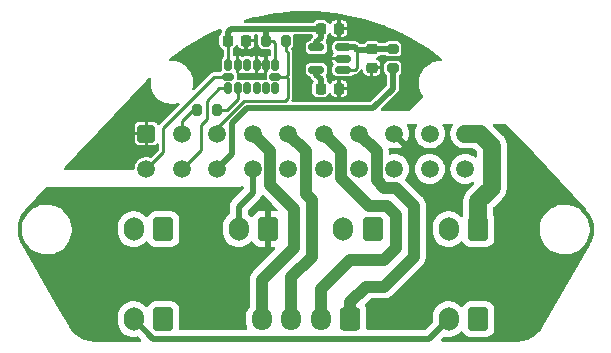
<source format=gbr>
G04 #@! TF.GenerationSoftware,KiCad,Pcbnew,(6.0.1)*
G04 #@! TF.CreationDate,2022-01-25T19:41:41+01:00*
G04 #@! TF.ProjectId,Toolhead_PCB,546f6f6c-6865-4616-945f-5043422e6b69,rev?*
G04 #@! TF.SameCoordinates,Original*
G04 #@! TF.FileFunction,Copper,L2,Bot*
G04 #@! TF.FilePolarity,Positive*
%FSLAX46Y46*%
G04 Gerber Fmt 4.6, Leading zero omitted, Abs format (unit mm)*
G04 Created by KiCad (PCBNEW (6.0.1)) date 2022-01-25 19:41:41*
%MOMM*%
%LPD*%
G01*
G04 APERTURE LIST*
G04 Aperture macros list*
%AMRoundRect*
0 Rectangle with rounded corners*
0 $1 Rounding radius*
0 $2 $3 $4 $5 $6 $7 $8 $9 X,Y pos of 4 corners*
0 Add a 4 corners polygon primitive as box body*
4,1,4,$2,$3,$4,$5,$6,$7,$8,$9,$2,$3,0*
0 Add four circle primitives for the rounded corners*
1,1,$1+$1,$2,$3*
1,1,$1+$1,$4,$5*
1,1,$1+$1,$6,$7*
1,1,$1+$1,$8,$9*
0 Add four rect primitives between the rounded corners*
20,1,$1+$1,$2,$3,$4,$5,0*
20,1,$1+$1,$4,$5,$6,$7,0*
20,1,$1+$1,$6,$7,$8,$9,0*
20,1,$1+$1,$8,$9,$2,$3,0*%
G04 Aperture macros list end*
G04 #@! TA.AperFunction,ComponentPad*
%ADD10RoundRect,0.250001X-0.499999X-0.499999X0.499999X-0.499999X0.499999X0.499999X-0.499999X0.499999X0*%
G04 #@! TD*
G04 #@! TA.AperFunction,ComponentPad*
%ADD11C,1.500000*%
G04 #@! TD*
G04 #@! TA.AperFunction,ComponentPad*
%ADD12RoundRect,0.250000X0.600000X0.750000X-0.600000X0.750000X-0.600000X-0.750000X0.600000X-0.750000X0*%
G04 #@! TD*
G04 #@! TA.AperFunction,ComponentPad*
%ADD13O,1.700000X2.000000*%
G04 #@! TD*
G04 #@! TA.AperFunction,ComponentPad*
%ADD14RoundRect,0.250000X0.600000X0.725000X-0.600000X0.725000X-0.600000X-0.725000X0.600000X-0.725000X0*%
G04 #@! TD*
G04 #@! TA.AperFunction,ComponentPad*
%ADD15O,1.700000X1.950000*%
G04 #@! TD*
G04 #@! TA.AperFunction,SMDPad,CuDef*
%ADD16RoundRect,0.225000X-0.225000X-0.250000X0.225000X-0.250000X0.225000X0.250000X-0.225000X0.250000X0*%
G04 #@! TD*
G04 #@! TA.AperFunction,SMDPad,CuDef*
%ADD17RoundRect,0.225000X-0.250000X0.225000X-0.250000X-0.225000X0.250000X-0.225000X0.250000X0.225000X0*%
G04 #@! TD*
G04 #@! TA.AperFunction,SMDPad,CuDef*
%ADD18RoundRect,0.150000X-0.150000X0.325000X-0.150000X-0.325000X0.150000X-0.325000X0.150000X0.325000X0*%
G04 #@! TD*
G04 #@! TA.AperFunction,SMDPad,CuDef*
%ADD19RoundRect,0.150000X-0.325000X0.150000X-0.325000X-0.150000X0.325000X-0.150000X0.325000X0.150000X0*%
G04 #@! TD*
G04 #@! TA.AperFunction,SMDPad,CuDef*
%ADD20RoundRect,0.200000X0.200000X0.275000X-0.200000X0.275000X-0.200000X-0.275000X0.200000X-0.275000X0*%
G04 #@! TD*
G04 #@! TA.AperFunction,SMDPad,CuDef*
%ADD21RoundRect,0.200000X0.275000X-0.200000X0.275000X0.200000X-0.275000X0.200000X-0.275000X-0.200000X0*%
G04 #@! TD*
G04 #@! TA.AperFunction,SMDPad,CuDef*
%ADD22RoundRect,0.150000X0.512500X0.150000X-0.512500X0.150000X-0.512500X-0.150000X0.512500X-0.150000X0*%
G04 #@! TD*
G04 #@! TA.AperFunction,SMDPad,CuDef*
%ADD23RoundRect,0.200000X-0.200000X-0.275000X0.200000X-0.275000X0.200000X0.275000X-0.200000X0.275000X0*%
G04 #@! TD*
G04 #@! TA.AperFunction,ViaPad*
%ADD24C,0.600000*%
G04 #@! TD*
G04 #@! TA.AperFunction,Conductor*
%ADD25C,0.500000*%
G04 #@! TD*
G04 #@! TA.AperFunction,Conductor*
%ADD26C,1.500000*%
G04 #@! TD*
G04 #@! TA.AperFunction,Conductor*
%ADD27C,1.000000*%
G04 #@! TD*
G04 #@! TA.AperFunction,Conductor*
%ADD28C,0.250000*%
G04 #@! TD*
G04 APERTURE END LIST*
D10*
X86500000Y-91872000D03*
D11*
X89500000Y-91872000D03*
X92500000Y-91872000D03*
X95500000Y-91872000D03*
X98500000Y-91872000D03*
X101500000Y-91872000D03*
X104500000Y-91872000D03*
X107500000Y-91872000D03*
X110500000Y-91872000D03*
X113500000Y-91872000D03*
X86500000Y-94872000D03*
X89500000Y-94872000D03*
X92500000Y-94872000D03*
X95500000Y-94872000D03*
X98500000Y-94872000D03*
X101500000Y-94872000D03*
X104500000Y-94872000D03*
X107500000Y-94872000D03*
X110500000Y-94872000D03*
X113500000Y-94872000D03*
D12*
X96825000Y-99966000D03*
D13*
X94325000Y-99966000D03*
D12*
X114605000Y-99966000D03*
D13*
X112105000Y-99966000D03*
D12*
X105675000Y-99966000D03*
D13*
X103175000Y-99966000D03*
D12*
X87935000Y-99966000D03*
D13*
X85435000Y-99966000D03*
D12*
X87935000Y-107586000D03*
D13*
X85435000Y-107586000D03*
D14*
X103770000Y-107586000D03*
D15*
X101270000Y-107586000D03*
X98770000Y-107586000D03*
X96270000Y-107586000D03*
D12*
X114605000Y-107586000D03*
D13*
X112105000Y-107586000D03*
D16*
X101257000Y-82982000D03*
X102807000Y-82982000D03*
X101257000Y-88062000D03*
X102807000Y-88062000D03*
D17*
X105588000Y-84747000D03*
X105588000Y-86297000D03*
D18*
X93428000Y-86046000D03*
X94228000Y-86046000D03*
X95028000Y-86046000D03*
X95828000Y-86046000D03*
X96628000Y-86046000D03*
X97428000Y-86046000D03*
D19*
X97428000Y-87046000D03*
D18*
X97428000Y-88046000D03*
X96628000Y-88046000D03*
X95828000Y-88046000D03*
X95028000Y-88046000D03*
X94228000Y-88046000D03*
X93428000Y-88046000D03*
D19*
X93428000Y-87046000D03*
D20*
X98285000Y-83998000D03*
X96635000Y-83998000D03*
D21*
X107366000Y-86347000D03*
X107366000Y-84697000D03*
D16*
X93383000Y-83998000D03*
X94933000Y-83998000D03*
D22*
X103169500Y-84572000D03*
X103169500Y-85522000D03*
X103169500Y-86472000D03*
X100894500Y-86472000D03*
X100894500Y-84572000D03*
D23*
X90793000Y-89840000D03*
X92443000Y-89840000D03*
D24*
X93000000Y-107500000D03*
X107000000Y-107500000D03*
X90985974Y-107496687D03*
X120447000Y-104538000D03*
X109000000Y-107500000D03*
X117780000Y-94251000D03*
X79807000Y-104792000D03*
X119685000Y-95648000D03*
X101778000Y-85522000D03*
X100000000Y-85522000D03*
X91491000Y-84633000D03*
X108636000Y-87427000D03*
X95682000Y-85014000D03*
X101524000Y-81839000D03*
X109500000Y-85500000D03*
X96444000Y-85014000D03*
X100889000Y-85522000D03*
X94920000Y-85014000D03*
X108636000Y-88824000D03*
X100000000Y-81839000D03*
X90500000Y-85500000D03*
X103937000Y-88062000D03*
X104572000Y-87427000D03*
X105588000Y-83617000D03*
X108636000Y-84633000D03*
X94158000Y-85014000D03*
X105588000Y-87427000D03*
X98476000Y-81839000D03*
X103937000Y-82982000D03*
X104572000Y-83617000D03*
D25*
X87099480Y-109250480D02*
X110440520Y-109250480D01*
X110440520Y-109250480D02*
X112105000Y-107586000D01*
X85435000Y-107586000D02*
X87099480Y-109250480D01*
X95500000Y-96880000D02*
X95500000Y-94872000D01*
X94325000Y-98055000D02*
X95500000Y-96880000D01*
X94325000Y-99966000D02*
X94325000Y-98055000D01*
D26*
X114605000Y-99966000D02*
X114605000Y-97587000D01*
X115748000Y-92888000D02*
X114732000Y-91872000D01*
X114732000Y-91872000D02*
X113500000Y-91872000D01*
X114605000Y-97587000D02*
X115748000Y-96444000D01*
X115748000Y-96444000D02*
X115748000Y-92888000D01*
D27*
X105080000Y-104826000D02*
X106604000Y-104826000D01*
X106000489Y-93372489D02*
X106000489Y-95840489D01*
X106604000Y-104826000D02*
X109144000Y-102286000D01*
X106000489Y-93372489D02*
X104500000Y-91872000D01*
X103770000Y-107393480D02*
X103770000Y-106136000D01*
X103770000Y-106136000D02*
X105080000Y-104826000D01*
X109144000Y-102286000D02*
X109144000Y-97968000D01*
X106604000Y-96444000D02*
X106000489Y-95840489D01*
X109144000Y-97968000D02*
X107620000Y-96444000D01*
X107620000Y-96444000D02*
X106604000Y-96444000D01*
X107620000Y-98730000D02*
X107620000Y-101524000D01*
X106858000Y-97968000D02*
X107620000Y-98730000D01*
X106604000Y-102540000D02*
X103776000Y-102540000D01*
X101270000Y-105046000D02*
X101270000Y-107586000D01*
X103000489Y-95634489D02*
X105334000Y-97968000D01*
X107620000Y-101524000D02*
X106604000Y-102540000D01*
X103776000Y-102540000D02*
X101270000Y-105046000D01*
X105334000Y-97968000D02*
X106858000Y-97968000D01*
X101500000Y-91872000D02*
X103000489Y-93372489D01*
X103000489Y-93372489D02*
X103000489Y-95634489D01*
X99999511Y-93371511D02*
X99999511Y-96951511D01*
X99999511Y-93371511D02*
X98500000Y-91872000D01*
X98770000Y-107586000D02*
X98770000Y-104024000D01*
X100508000Y-102286000D02*
X100508000Y-97460000D01*
X98770000Y-104024000D02*
X100508000Y-102286000D01*
X100508000Y-97460000D02*
X99999511Y-96951511D01*
X96999511Y-93371511D02*
X96999511Y-96237511D01*
X96999511Y-96237511D02*
X98984000Y-98222000D01*
X96270000Y-107586000D02*
X96190000Y-107586000D01*
X95500000Y-91872000D02*
X96999511Y-93371511D01*
X98984000Y-101524000D02*
X96270000Y-104238000D01*
X98984000Y-98222000D02*
X98984000Y-101524000D01*
X96270000Y-104238000D02*
X96270000Y-107393480D01*
D25*
X104130000Y-84572000D02*
X104318000Y-84760000D01*
X104318000Y-84760000D02*
X105575000Y-84760000D01*
D28*
X103169500Y-86472000D02*
X104130000Y-86472000D01*
D25*
X105588000Y-84747000D02*
X107316000Y-84747000D01*
X107316000Y-84747000D02*
X107366000Y-84697000D01*
D28*
X104130000Y-86472000D02*
X104318000Y-86284000D01*
D25*
X103169500Y-84572000D02*
X104130000Y-84572000D01*
X105575000Y-84760000D02*
X105588000Y-84747000D01*
D28*
X104318000Y-86284000D02*
X104318000Y-84760000D01*
D25*
X101257000Y-87287000D02*
X101257000Y-88062000D01*
X100894500Y-86472000D02*
X100894500Y-86924500D01*
X100894500Y-86924500D02*
X101257000Y-87287000D01*
X96635000Y-83173000D02*
X96444000Y-82982000D01*
D28*
X97428000Y-84220000D02*
X97206000Y-83998000D01*
D25*
X100894500Y-84119500D02*
X101270000Y-83744000D01*
X96444000Y-82982000D02*
X93650000Y-82982000D01*
X100894500Y-84572000D02*
X100894500Y-84119500D01*
D28*
X93428000Y-86046000D02*
X93428000Y-84043000D01*
D25*
X96635000Y-83998000D02*
X96635000Y-83173000D01*
X96444000Y-82982000D02*
X101257000Y-82982000D01*
X96444000Y-82982000D02*
X96698000Y-82982000D01*
D28*
X97206000Y-83998000D02*
X96635000Y-83998000D01*
X97428000Y-86046000D02*
X97428000Y-84220000D01*
D25*
X101270000Y-83744000D02*
X101270000Y-82995000D01*
D28*
X93428000Y-84043000D02*
X93383000Y-83998000D01*
D25*
X93383000Y-83249000D02*
X93383000Y-83998000D01*
X93650000Y-82982000D02*
X93383000Y-83249000D01*
D28*
X93324572Y-89840000D02*
X94228000Y-88936572D01*
X94228000Y-88936572D02*
X94228000Y-88046000D01*
X92443000Y-89840000D02*
X93324572Y-89840000D01*
X92650000Y-88046000D02*
X91618000Y-89078000D01*
X91618000Y-90602000D02*
X91110000Y-91110000D01*
X93428000Y-88046000D02*
X92650000Y-88046000D01*
X91618000Y-89078000D02*
X91618000Y-90602000D01*
X91110000Y-93262000D02*
X89500000Y-94872000D01*
X91110000Y-91110000D02*
X91110000Y-93262000D01*
X89500000Y-90815000D02*
X89500000Y-91872000D01*
X90793000Y-89840000D02*
X90475000Y-89840000D01*
X90475000Y-89840000D02*
X89500000Y-90815000D01*
X98476000Y-88824000D02*
X98222000Y-89078000D01*
X97428000Y-87046000D02*
X98349000Y-87046000D01*
X98349000Y-87046000D02*
X98476000Y-87173000D01*
X94793000Y-89078000D02*
X92500000Y-91371000D01*
X98222000Y-89078000D02*
X94793000Y-89078000D01*
X98476000Y-87173000D02*
X98476000Y-88824000D01*
X98285000Y-83998000D02*
X98285000Y-84823000D01*
X98476000Y-85014000D02*
X98476000Y-86919000D01*
X98476000Y-86919000D02*
X98349000Y-87046000D01*
X98285000Y-84823000D02*
X98476000Y-85014000D01*
X92500000Y-91371000D02*
X92500000Y-91872000D01*
X87935000Y-91364000D02*
X87935000Y-93437000D01*
X87935000Y-93437000D02*
X86500000Y-94872000D01*
X92253000Y-87046000D02*
X87935000Y-91364000D01*
X93428000Y-87046000D02*
X92253000Y-87046000D01*
D25*
X107366000Y-86347000D02*
X107366000Y-88062000D01*
X105715000Y-89713000D02*
X95047000Y-89713000D01*
X93777000Y-90983000D02*
X93777000Y-93595000D01*
X93777000Y-93595000D02*
X92500000Y-94872000D01*
X107366000Y-88062000D02*
X105715000Y-89713000D01*
X95047000Y-89713000D02*
X93777000Y-90983000D01*
G04 #@! TA.AperFunction,Conductor*
G36*
X94659532Y-96307213D02*
G01*
X94716368Y-96349759D01*
X94741179Y-96416279D01*
X94741500Y-96425269D01*
X94741500Y-96513629D01*
X94721498Y-96581750D01*
X94704595Y-96602724D01*
X93836089Y-97471230D01*
X93821677Y-97483616D01*
X93810082Y-97492149D01*
X93810077Y-97492154D01*
X93804182Y-97496492D01*
X93799443Y-97502070D01*
X93799440Y-97502073D01*
X93769965Y-97536768D01*
X93763035Y-97544284D01*
X93757340Y-97549979D01*
X93755060Y-97552861D01*
X93739719Y-97572251D01*
X93736928Y-97575655D01*
X93709555Y-97607875D01*
X93689667Y-97631285D01*
X93686339Y-97637801D01*
X93682972Y-97642850D01*
X93679805Y-97647979D01*
X93675266Y-97653716D01*
X93644345Y-97719875D01*
X93642442Y-97723769D01*
X93609231Y-97788808D01*
X93607492Y-97795916D01*
X93605393Y-97801559D01*
X93603476Y-97807322D01*
X93600378Y-97813950D01*
X93598888Y-97821112D01*
X93598888Y-97821113D01*
X93585514Y-97885412D01*
X93584544Y-97889696D01*
X93567192Y-97960610D01*
X93566500Y-97971764D01*
X93566464Y-97971762D01*
X93566225Y-97975755D01*
X93565851Y-97979947D01*
X93564360Y-97987115D01*
X93564558Y-97994432D01*
X93566454Y-98064521D01*
X93566500Y-98067928D01*
X93566500Y-98618192D01*
X93546498Y-98686313D01*
X93520897Y-98713471D01*
X93521683Y-98714377D01*
X93424484Y-98798722D01*
X93347555Y-98865477D01*
X93328809Y-98888339D01*
X93204760Y-99039627D01*
X93204756Y-99039633D01*
X93201376Y-99043755D01*
X93087325Y-99244114D01*
X93008663Y-99460825D01*
X93007714Y-99466074D01*
X93007713Y-99466077D01*
X92968377Y-99683608D01*
X92968376Y-99683615D01*
X92967639Y-99687692D01*
X92966500Y-99711844D01*
X92966500Y-100173890D01*
X92981080Y-100345720D01*
X92982418Y-100350875D01*
X92982419Y-100350881D01*
X93037657Y-100563703D01*
X93038999Y-100568872D01*
X93133688Y-100779075D01*
X93262441Y-100970319D01*
X93266120Y-100974176D01*
X93266122Y-100974178D01*
X93327710Y-101038738D01*
X93421576Y-101137135D01*
X93606542Y-101274754D01*
X93611293Y-101277170D01*
X93611297Y-101277172D01*
X93692254Y-101318332D01*
X93812051Y-101379240D01*
X93817145Y-101380822D01*
X93817148Y-101380823D01*
X93966461Y-101427186D01*
X94032227Y-101447607D01*
X94037516Y-101448308D01*
X94255489Y-101477198D01*
X94255494Y-101477198D01*
X94260774Y-101477898D01*
X94266103Y-101477698D01*
X94266105Y-101477698D01*
X94375966Y-101473573D01*
X94491158Y-101469249D01*
X94496468Y-101468135D01*
X94614255Y-101443421D01*
X94716791Y-101421907D01*
X94721750Y-101419949D01*
X94721752Y-101419948D01*
X94926256Y-101339185D01*
X94926258Y-101339184D01*
X94931221Y-101337224D01*
X94954682Y-101322988D01*
X95106816Y-101230670D01*
X95128317Y-101217623D01*
X95168134Y-101183072D01*
X95298412Y-101070023D01*
X95298414Y-101070021D01*
X95302445Y-101066523D01*
X95325227Y-101038738D01*
X95332006Y-101030471D01*
X95390666Y-100990476D01*
X95461636Y-100988545D01*
X95522384Y-101025290D01*
X95536584Y-101044059D01*
X95623063Y-101183807D01*
X95632099Y-101195208D01*
X95746829Y-101309739D01*
X95758240Y-101318751D01*
X95896243Y-101403816D01*
X95909424Y-101409963D01*
X96063710Y-101461138D01*
X96077086Y-101464005D01*
X96171438Y-101473672D01*
X96177854Y-101474000D01*
X96552885Y-101474000D01*
X96568124Y-101469525D01*
X96569329Y-101468135D01*
X96571000Y-101460452D01*
X96571000Y-98476116D01*
X96566525Y-98460877D01*
X96565135Y-98459672D01*
X96557452Y-98458001D01*
X96177905Y-98458001D01*
X96171386Y-98458338D01*
X96075794Y-98468257D01*
X96062400Y-98471149D01*
X95908216Y-98522588D01*
X95895038Y-98528761D01*
X95757193Y-98614063D01*
X95745792Y-98623099D01*
X95631261Y-98737829D01*
X95622247Y-98749243D01*
X95536277Y-98888713D01*
X95483505Y-98936207D01*
X95413434Y-98947631D01*
X95348310Y-98919357D01*
X95337847Y-98909570D01*
X95337490Y-98909195D01*
X95228424Y-98794865D01*
X95134287Y-98724824D01*
X95091574Y-98668115D01*
X95083500Y-98623736D01*
X95083500Y-98421371D01*
X95103502Y-98353250D01*
X95120405Y-98332276D01*
X95988911Y-97463770D01*
X96003323Y-97451384D01*
X96014918Y-97442851D01*
X96014923Y-97442846D01*
X96020818Y-97438508D01*
X96025557Y-97432930D01*
X96025560Y-97432927D01*
X96055035Y-97398232D01*
X96061965Y-97390716D01*
X96067660Y-97385021D01*
X96081527Y-97367494D01*
X96085281Y-97362749D01*
X96088072Y-97359345D01*
X96130591Y-97309297D01*
X96130592Y-97309295D01*
X96135333Y-97303715D01*
X96138661Y-97297199D01*
X96142028Y-97292150D01*
X96145195Y-97287021D01*
X96149734Y-97281284D01*
X96180655Y-97215125D01*
X96182561Y-97211225D01*
X96191982Y-97192775D01*
X96215769Y-97146192D01*
X96217507Y-97139089D01*
X96218857Y-97135459D01*
X96261349Y-97078583D01*
X96327846Y-97053709D01*
X96397234Y-97068734D01*
X96426049Y-97090284D01*
X97137587Y-97801821D01*
X97579558Y-98243792D01*
X97613583Y-98306104D01*
X97608519Y-98376919D01*
X97565972Y-98433755D01*
X97499452Y-98458566D01*
X97481787Y-98458296D01*
X97481777Y-98458492D01*
X97472145Y-98458000D01*
X97097115Y-98458000D01*
X97081876Y-98462475D01*
X97080671Y-98463865D01*
X97079000Y-98471548D01*
X97079000Y-101455884D01*
X97083475Y-101471123D01*
X97084865Y-101472328D01*
X97092548Y-101473999D01*
X97303577Y-101473999D01*
X97371698Y-101494001D01*
X97418191Y-101547657D01*
X97428295Y-101617931D01*
X97398801Y-101682511D01*
X97392672Y-101689094D01*
X95600621Y-103481145D01*
X95590478Y-103490247D01*
X95560975Y-103513968D01*
X95528709Y-103552421D01*
X95525528Y-103556069D01*
X95523885Y-103557881D01*
X95521691Y-103560075D01*
X95494358Y-103593349D01*
X95493696Y-103594147D01*
X95433846Y-103665474D01*
X95431278Y-103670144D01*
X95427897Y-103674261D01*
X95418154Y-103692432D01*
X95384023Y-103756086D01*
X95383394Y-103757245D01*
X95341538Y-103833381D01*
X95341535Y-103833389D01*
X95338567Y-103838787D01*
X95336955Y-103843869D01*
X95334438Y-103848563D01*
X95307238Y-103937531D01*
X95306918Y-103938559D01*
X95278765Y-104027306D01*
X95278171Y-104032602D01*
X95276613Y-104037698D01*
X95272677Y-104076451D01*
X95267218Y-104130187D01*
X95267089Y-104131393D01*
X95261500Y-104181227D01*
X95261500Y-104184754D01*
X95261445Y-104185739D01*
X95260998Y-104191419D01*
X95256626Y-104234462D01*
X95257206Y-104240593D01*
X95260941Y-104280109D01*
X95261500Y-104291967D01*
X95261500Y-106503299D01*
X95241498Y-106571420D01*
X95232934Y-106583190D01*
X95149760Y-106684627D01*
X95149756Y-106684633D01*
X95146376Y-106688755D01*
X95143738Y-106693390D01*
X95143735Y-106693394D01*
X95089389Y-106788866D01*
X95032325Y-106889114D01*
X94953663Y-107105825D01*
X94952714Y-107111074D01*
X94952713Y-107111077D01*
X94913377Y-107328608D01*
X94913376Y-107328615D01*
X94912639Y-107332692D01*
X94911500Y-107356844D01*
X94911500Y-107768890D01*
X94913846Y-107796539D01*
X94923230Y-107907128D01*
X94926080Y-107940720D01*
X94927418Y-107945875D01*
X94927419Y-107945881D01*
X94933908Y-107970881D01*
X94983999Y-108163872D01*
X94986191Y-108168738D01*
X94986192Y-108168741D01*
X95051730Y-108314230D01*
X95061471Y-108384555D01*
X95031646Y-108448983D01*
X94971722Y-108487058D01*
X94936848Y-108491980D01*
X89419500Y-108491980D01*
X89351379Y-108471978D01*
X89304886Y-108418322D01*
X89293500Y-108365980D01*
X89293500Y-106785600D01*
X89287553Y-106728284D01*
X89283238Y-106686692D01*
X89283237Y-106686688D01*
X89282526Y-106679834D01*
X89278710Y-106668394D01*
X89228868Y-106519002D01*
X89226550Y-106512054D01*
X89133478Y-106361652D01*
X89008303Y-106236695D01*
X88984097Y-106221774D01*
X88863968Y-106147725D01*
X88863966Y-106147724D01*
X88857738Y-106143885D01*
X88777995Y-106117436D01*
X88696389Y-106090368D01*
X88696387Y-106090368D01*
X88689861Y-106088203D01*
X88683025Y-106087503D01*
X88683022Y-106087502D01*
X88639969Y-106083091D01*
X88585400Y-106077500D01*
X87284600Y-106077500D01*
X87281354Y-106077837D01*
X87281350Y-106077837D01*
X87185692Y-106087762D01*
X87185688Y-106087763D01*
X87178834Y-106088474D01*
X87172298Y-106090655D01*
X87172296Y-106090655D01*
X87133220Y-106103692D01*
X87011054Y-106144450D01*
X86860652Y-106237522D01*
X86735695Y-106362697D01*
X86649027Y-106503299D01*
X86645920Y-106508339D01*
X86593148Y-106555832D01*
X86523076Y-106567256D01*
X86457952Y-106538982D01*
X86447490Y-106529195D01*
X86342103Y-106418722D01*
X86338424Y-106414865D01*
X86300505Y-106386652D01*
X86157740Y-106280432D01*
X86157741Y-106280432D01*
X86153458Y-106277246D01*
X86148707Y-106274830D01*
X86148703Y-106274828D01*
X86050703Y-106225003D01*
X85947949Y-106172760D01*
X85942855Y-106171178D01*
X85942852Y-106171177D01*
X85732871Y-106105976D01*
X85727773Y-106104393D01*
X85722484Y-106103692D01*
X85504511Y-106074802D01*
X85504506Y-106074802D01*
X85499226Y-106074102D01*
X85493897Y-106074302D01*
X85493895Y-106074302D01*
X85384034Y-106078426D01*
X85268842Y-106082751D01*
X85263623Y-106083846D01*
X85241566Y-106088474D01*
X85043209Y-106130093D01*
X85038250Y-106132051D01*
X85038248Y-106132052D01*
X84833744Y-106212815D01*
X84833742Y-106212816D01*
X84828779Y-106214776D01*
X84824220Y-106217543D01*
X84824217Y-106217544D01*
X84725832Y-106277246D01*
X84631683Y-106334377D01*
X84627653Y-106337874D01*
X84534484Y-106418722D01*
X84457555Y-106485477D01*
X84438809Y-106508339D01*
X84314760Y-106659627D01*
X84314756Y-106659633D01*
X84311376Y-106663755D01*
X84308737Y-106668391D01*
X84308735Y-106668394D01*
X84279218Y-106720248D01*
X84197325Y-106864114D01*
X84118663Y-107080825D01*
X84117714Y-107086074D01*
X84117713Y-107086077D01*
X84078377Y-107303608D01*
X84078376Y-107303615D01*
X84077639Y-107307692D01*
X84077444Y-107311837D01*
X84076653Y-107328608D01*
X84076500Y-107331844D01*
X84076500Y-107793890D01*
X84082178Y-107860809D01*
X84089397Y-107945881D01*
X84091080Y-107965720D01*
X84092418Y-107970875D01*
X84092419Y-107970881D01*
X84142510Y-108163872D01*
X84148999Y-108188872D01*
X84151191Y-108193738D01*
X84151192Y-108193741D01*
X84187915Y-108275263D01*
X84243688Y-108399075D01*
X84372441Y-108590319D01*
X84376120Y-108594176D01*
X84376122Y-108594178D01*
X84437710Y-108658738D01*
X84531576Y-108757135D01*
X84716542Y-108894754D01*
X84721293Y-108897170D01*
X84721297Y-108897172D01*
X84734615Y-108903943D01*
X84922051Y-108999240D01*
X84927145Y-109000822D01*
X84927148Y-109000823D01*
X85109342Y-109057396D01*
X85142227Y-109067607D01*
X85147516Y-109068308D01*
X85365489Y-109097198D01*
X85365494Y-109097198D01*
X85370774Y-109097898D01*
X85376103Y-109097698D01*
X85376105Y-109097698D01*
X85485966Y-109093574D01*
X85601158Y-109089249D01*
X85752968Y-109057396D01*
X85823742Y-109062983D01*
X85867935Y-109091616D01*
X86053224Y-109276905D01*
X86087250Y-109339217D01*
X86082185Y-109410032D01*
X86039638Y-109466868D01*
X85973118Y-109491679D01*
X85964129Y-109492000D01*
X82170780Y-109492000D01*
X82151395Y-109490500D01*
X82136594Y-109488195D01*
X82136591Y-109488195D01*
X82127722Y-109486814D01*
X82110140Y-109489113D01*
X82086485Y-109489964D01*
X81839472Y-109475577D01*
X81824925Y-109473876D01*
X81743968Y-109459601D01*
X81553984Y-109426102D01*
X81539727Y-109422723D01*
X81385345Y-109376504D01*
X81276161Y-109343817D01*
X81262399Y-109338807D01*
X81009783Y-109229839D01*
X80996690Y-109223263D01*
X80779552Y-109097898D01*
X80758435Y-109085707D01*
X80746194Y-109077656D01*
X80699645Y-109043002D01*
X80525499Y-108913355D01*
X80514299Y-108903957D01*
X80314169Y-108715144D01*
X80304122Y-108704495D01*
X80127275Y-108493736D01*
X80118526Y-108481983D01*
X79986560Y-108281339D01*
X79974321Y-108257570D01*
X79970943Y-108248837D01*
X79951609Y-108223595D01*
X79942519Y-108209978D01*
X79120154Y-106785600D01*
X75946477Y-101288630D01*
X75938085Y-101271095D01*
X75932716Y-101257217D01*
X75932715Y-101257215D01*
X75929476Y-101248843D01*
X75918679Y-101234747D01*
X75906120Y-101214699D01*
X75795405Y-100994343D01*
X75789617Y-100980936D01*
X75787529Y-100975208D01*
X75695663Y-100723209D01*
X75691465Y-100709222D01*
X75627975Y-100442346D01*
X75625424Y-100427967D01*
X75615085Y-100340409D01*
X75593253Y-100155537D01*
X75592384Y-100140952D01*
X75592371Y-100132703D01*
X75970743Y-100132703D01*
X76008268Y-100417734D01*
X76084129Y-100695036D01*
X76085813Y-100698984D01*
X76161910Y-100877389D01*
X76196923Y-100959476D01*
X76217794Y-100994349D01*
X76338006Y-101195208D01*
X76344561Y-101206161D01*
X76524313Y-101430528D01*
X76574020Y-101477698D01*
X76721795Y-101617931D01*
X76732851Y-101628423D01*
X76823319Y-101693431D01*
X76958342Y-101790455D01*
X76966317Y-101796186D01*
X76970112Y-101798195D01*
X76970113Y-101798196D01*
X76991869Y-101809715D01*
X77220392Y-101930712D01*
X77490373Y-102029511D01*
X77771264Y-102090755D01*
X77799841Y-102093004D01*
X77994282Y-102108307D01*
X77994291Y-102108307D01*
X77996739Y-102108500D01*
X78152271Y-102108500D01*
X78154407Y-102108354D01*
X78154418Y-102108354D01*
X78362548Y-102094165D01*
X78362554Y-102094164D01*
X78366825Y-102093873D01*
X78371020Y-102093004D01*
X78371022Y-102093004D01*
X78507584Y-102064723D01*
X78648342Y-102035574D01*
X78919343Y-101939607D01*
X79007362Y-101894177D01*
X79171005Y-101809715D01*
X79171006Y-101809715D01*
X79174812Y-101807750D01*
X79178313Y-101805289D01*
X79178317Y-101805287D01*
X79333910Y-101695934D01*
X79410023Y-101642441D01*
X79587092Y-101477898D01*
X79617479Y-101449661D01*
X79617481Y-101449658D01*
X79620622Y-101446740D01*
X79802713Y-101224268D01*
X79945730Y-100990886D01*
X79950686Y-100982799D01*
X79952927Y-100979142D01*
X80068483Y-100715898D01*
X80076463Y-100687886D01*
X80146068Y-100443534D01*
X80147244Y-100439406D01*
X80185032Y-100173890D01*
X84076500Y-100173890D01*
X84091080Y-100345720D01*
X84092418Y-100350875D01*
X84092419Y-100350881D01*
X84147657Y-100563703D01*
X84148999Y-100568872D01*
X84243688Y-100779075D01*
X84372441Y-100970319D01*
X84376120Y-100974176D01*
X84376122Y-100974178D01*
X84437710Y-101038738D01*
X84531576Y-101137135D01*
X84716542Y-101274754D01*
X84721293Y-101277170D01*
X84721297Y-101277172D01*
X84802254Y-101318332D01*
X84922051Y-101379240D01*
X84927145Y-101380822D01*
X84927148Y-101380823D01*
X85076461Y-101427186D01*
X85142227Y-101447607D01*
X85147516Y-101448308D01*
X85365489Y-101477198D01*
X85365494Y-101477198D01*
X85370774Y-101477898D01*
X85376103Y-101477698D01*
X85376105Y-101477698D01*
X85485966Y-101473573D01*
X85601158Y-101469249D01*
X85606468Y-101468135D01*
X85724255Y-101443421D01*
X85826791Y-101421907D01*
X85831750Y-101419949D01*
X85831752Y-101419948D01*
X86036256Y-101339185D01*
X86036258Y-101339184D01*
X86041221Y-101337224D01*
X86064682Y-101322988D01*
X86216816Y-101230670D01*
X86238317Y-101217623D01*
X86278134Y-101183072D01*
X86408412Y-101070023D01*
X86408414Y-101070021D01*
X86412445Y-101066523D01*
X86441670Y-101030880D01*
X86500329Y-100990886D01*
X86571299Y-100988954D01*
X86632048Y-101025698D01*
X86646248Y-101044468D01*
X86657340Y-101062392D01*
X86736522Y-101190348D01*
X86861697Y-101315305D01*
X86867927Y-101319145D01*
X86867928Y-101319146D01*
X87005288Y-101403816D01*
X87012262Y-101408115D01*
X87092005Y-101434564D01*
X87173611Y-101461632D01*
X87173613Y-101461632D01*
X87180139Y-101463797D01*
X87186975Y-101464497D01*
X87186978Y-101464498D01*
X87222663Y-101468154D01*
X87284600Y-101474500D01*
X88585400Y-101474500D01*
X88588646Y-101474163D01*
X88588650Y-101474163D01*
X88684308Y-101464238D01*
X88684312Y-101464237D01*
X88691166Y-101463526D01*
X88697702Y-101461345D01*
X88697704Y-101461345D01*
X88829806Y-101417272D01*
X88858946Y-101407550D01*
X89009348Y-101314478D01*
X89134305Y-101189303D01*
X89166462Y-101137135D01*
X89223275Y-101044968D01*
X89223276Y-101044966D01*
X89227115Y-101038738D01*
X89282797Y-100870861D01*
X89293500Y-100766400D01*
X89293500Y-99165600D01*
X89292185Y-99152925D01*
X89283238Y-99066692D01*
X89283237Y-99066688D01*
X89282526Y-99059834D01*
X89278710Y-99048394D01*
X89228868Y-98899002D01*
X89226550Y-98892054D01*
X89133478Y-98741652D01*
X89008303Y-98616695D01*
X89001525Y-98612517D01*
X88863968Y-98527725D01*
X88863966Y-98527724D01*
X88857738Y-98523885D01*
X88777995Y-98497436D01*
X88696389Y-98470368D01*
X88696387Y-98470368D01*
X88689861Y-98468203D01*
X88683025Y-98467503D01*
X88683022Y-98467502D01*
X88639969Y-98463091D01*
X88585400Y-98457500D01*
X87284600Y-98457500D01*
X87281354Y-98457837D01*
X87281350Y-98457837D01*
X87185692Y-98467762D01*
X87185688Y-98467763D01*
X87178834Y-98468474D01*
X87172298Y-98470655D01*
X87172296Y-98470655D01*
X87155928Y-98476116D01*
X87011054Y-98524450D01*
X86860652Y-98617522D01*
X86735695Y-98742697D01*
X86657769Y-98869117D01*
X86645920Y-98888339D01*
X86593148Y-98935832D01*
X86523076Y-98947256D01*
X86457952Y-98918982D01*
X86447490Y-98909195D01*
X86380189Y-98838646D01*
X86338424Y-98794865D01*
X86332547Y-98790492D01*
X86157740Y-98660432D01*
X86157741Y-98660432D01*
X86153458Y-98657246D01*
X86148707Y-98654830D01*
X86148703Y-98654828D01*
X85987392Y-98572814D01*
X85947949Y-98552760D01*
X85942855Y-98551178D01*
X85942852Y-98551177D01*
X85732871Y-98485976D01*
X85727773Y-98484393D01*
X85722484Y-98483692D01*
X85504511Y-98454802D01*
X85504506Y-98454802D01*
X85499226Y-98454102D01*
X85493897Y-98454302D01*
X85493895Y-98454302D01*
X85395368Y-98458001D01*
X85268842Y-98462751D01*
X85263623Y-98463846D01*
X85242600Y-98468257D01*
X85043209Y-98510093D01*
X85038250Y-98512051D01*
X85038248Y-98512052D01*
X84833744Y-98592815D01*
X84833742Y-98592816D01*
X84828779Y-98594776D01*
X84824220Y-98597543D01*
X84824217Y-98597544D01*
X84725832Y-98657246D01*
X84631683Y-98714377D01*
X84627653Y-98717874D01*
X84534484Y-98798722D01*
X84457555Y-98865477D01*
X84438809Y-98888339D01*
X84314760Y-99039627D01*
X84314756Y-99039633D01*
X84311376Y-99043755D01*
X84197325Y-99244114D01*
X84118663Y-99460825D01*
X84117714Y-99466074D01*
X84117713Y-99466077D01*
X84078377Y-99683608D01*
X84078376Y-99683615D01*
X84077639Y-99687692D01*
X84076500Y-99711844D01*
X84076500Y-100173890D01*
X80185032Y-100173890D01*
X80187146Y-100159036D01*
X80187146Y-100159034D01*
X80187751Y-100154784D01*
X80187786Y-100148273D01*
X80189235Y-99871583D01*
X80189235Y-99871576D01*
X80189257Y-99867297D01*
X80151732Y-99582266D01*
X80075871Y-99304964D01*
X80015041Y-99162350D01*
X79964763Y-99044476D01*
X79964761Y-99044472D01*
X79963077Y-99040524D01*
X79878378Y-98899002D01*
X79817643Y-98797521D01*
X79817640Y-98797517D01*
X79815439Y-98793839D01*
X79635687Y-98569472D01*
X79479621Y-98421371D01*
X79430258Y-98374527D01*
X79430255Y-98374525D01*
X79427149Y-98371577D01*
X79193683Y-98203814D01*
X79171843Y-98192250D01*
X79148654Y-98179972D01*
X78939608Y-98069288D01*
X78794626Y-98016232D01*
X78673658Y-97971964D01*
X78673656Y-97971963D01*
X78669627Y-97970489D01*
X78388736Y-97909245D01*
X78357685Y-97906801D01*
X78165718Y-97891693D01*
X78165709Y-97891693D01*
X78163261Y-97891500D01*
X78007729Y-97891500D01*
X78005593Y-97891646D01*
X78005582Y-97891646D01*
X77797452Y-97905835D01*
X77797446Y-97905836D01*
X77793175Y-97906127D01*
X77788980Y-97906996D01*
X77788978Y-97906996D01*
X77709423Y-97923471D01*
X77511658Y-97964426D01*
X77240657Y-98060393D01*
X76985188Y-98192250D01*
X76981687Y-98194711D01*
X76981683Y-98194713D01*
X76971594Y-98201804D01*
X76749977Y-98357559D01*
X76737470Y-98369181D01*
X76542666Y-98550205D01*
X76539378Y-98553260D01*
X76357287Y-98775732D01*
X76207073Y-99020858D01*
X76205347Y-99024791D01*
X76205346Y-99024792D01*
X76192834Y-99053296D01*
X76091517Y-99284102D01*
X76012756Y-99560594D01*
X75972249Y-99845216D01*
X75972227Y-99849505D01*
X75972226Y-99849512D01*
X75970835Y-100115047D01*
X75970743Y-100132703D01*
X75592371Y-100132703D01*
X75591965Y-99866636D01*
X75592790Y-99852050D01*
X75602174Y-99770442D01*
X75624129Y-99579522D01*
X75626636Y-99565135D01*
X75628671Y-99556466D01*
X75674042Y-99363128D01*
X75689308Y-99298078D01*
X75693465Y-99284072D01*
X75786632Y-99026059D01*
X75792382Y-99012628D01*
X75830487Y-98936207D01*
X75914791Y-98767129D01*
X75922048Y-98754470D01*
X76072059Y-98524783D01*
X76080737Y-98513043D01*
X76233926Y-98329155D01*
X76253100Y-98310562D01*
X76253430Y-98310304D01*
X76253432Y-98310302D01*
X76260502Y-98304772D01*
X76267072Y-98295619D01*
X76279041Y-98278945D01*
X76289430Y-98266295D01*
X78021282Y-96416876D01*
X78082445Y-96380825D01*
X78113253Y-96377000D01*
X94500000Y-96377000D01*
X94500000Y-96369206D01*
X94519389Y-96346830D01*
X94520201Y-96347534D01*
X94526404Y-96336174D01*
X94588716Y-96302149D01*
X94659532Y-96307213D01*
G37*
G04 #@! TD.AperFunction*
G04 #@! TA.AperFunction,Conductor*
G36*
X109382809Y-91045002D02*
G01*
X109429302Y-91098658D01*
X109439406Y-91168932D01*
X109417901Y-91223270D01*
X109405944Y-91240347D01*
X109403621Y-91245329D01*
X109403618Y-91245334D01*
X109392864Y-91268397D01*
X109312880Y-91439924D01*
X109255885Y-91652629D01*
X109236693Y-91872000D01*
X109255885Y-92091371D01*
X109312880Y-92304076D01*
X109331528Y-92344066D01*
X109403618Y-92498666D01*
X109403621Y-92498671D01*
X109405944Y-92503653D01*
X109409096Y-92508154D01*
X109409101Y-92508162D01*
X109523500Y-92671540D01*
X109532251Y-92684038D01*
X109687962Y-92839749D01*
X109692471Y-92842906D01*
X109692473Y-92842908D01*
X109719565Y-92861878D01*
X109868346Y-92966056D01*
X110067924Y-93059120D01*
X110280629Y-93116115D01*
X110500000Y-93135307D01*
X110719371Y-93116115D01*
X110932076Y-93059120D01*
X111131654Y-92966056D01*
X111280435Y-92861878D01*
X111307527Y-92842908D01*
X111307529Y-92842906D01*
X111312038Y-92839749D01*
X111467749Y-92684038D01*
X111476501Y-92671540D01*
X111590899Y-92508162D01*
X111590904Y-92508154D01*
X111594056Y-92503653D01*
X111596379Y-92498671D01*
X111596382Y-92498666D01*
X111668472Y-92344066D01*
X111687120Y-92304076D01*
X111744115Y-92091371D01*
X111763307Y-91872000D01*
X111744115Y-91652629D01*
X111687120Y-91439924D01*
X111607136Y-91268397D01*
X111596382Y-91245334D01*
X111596379Y-91245329D01*
X111594056Y-91240347D01*
X111582099Y-91223270D01*
X111559411Y-91155998D01*
X111576695Y-91087137D01*
X111628465Y-91038553D01*
X111685312Y-91025000D01*
X112314688Y-91025000D01*
X112382809Y-91045002D01*
X112429302Y-91098658D01*
X112439406Y-91168932D01*
X112417901Y-91223270D01*
X112405944Y-91240347D01*
X112403619Y-91245334D01*
X112400868Y-91250098D01*
X112400666Y-91249981D01*
X112397435Y-91255702D01*
X112395838Y-91258607D01*
X112392710Y-91263262D01*
X112390456Y-91268397D01*
X112352361Y-91355181D01*
X112351191Y-91357766D01*
X112312880Y-91439924D01*
X112311457Y-91445235D01*
X112309576Y-91450403D01*
X112309544Y-91450391D01*
X112305454Y-91462036D01*
X112302412Y-91468967D01*
X112279649Y-91563779D01*
X112278861Y-91566883D01*
X112255885Y-91652629D01*
X112255406Y-91658106D01*
X112255405Y-91658111D01*
X112255306Y-91659245D01*
X112252303Y-91677684D01*
X112249968Y-91687411D01*
X112249645Y-91693016D01*
X112244522Y-91781873D01*
X112244255Y-91785564D01*
X112236693Y-91872000D01*
X112237483Y-91881030D01*
X112237754Y-91899259D01*
X112237037Y-91911690D01*
X112246185Y-91987281D01*
X112248076Y-92002911D01*
X112248509Y-92007059D01*
X112255885Y-92091371D01*
X112258857Y-92102462D01*
X112262234Y-92119917D01*
X112264025Y-92134715D01*
X112277070Y-92177119D01*
X112290279Y-92220055D01*
X112291555Y-92224492D01*
X112310730Y-92296051D01*
X112312880Y-92304076D01*
X112315205Y-92309061D01*
X112318750Y-92316664D01*
X112324982Y-92332858D01*
X112330082Y-92349435D01*
X112369841Y-92426465D01*
X112372052Y-92430970D01*
X112391714Y-92473135D01*
X112405944Y-92503653D01*
X112415293Y-92517004D01*
X112424043Y-92531482D01*
X112433118Y-92549064D01*
X112436529Y-92553509D01*
X112436530Y-92553511D01*
X112484303Y-92615770D01*
X112487553Y-92620203D01*
X112523500Y-92671540D01*
X112532251Y-92684038D01*
X112545472Y-92697259D01*
X112556340Y-92709651D01*
X112566462Y-92722843D01*
X112566469Y-92722851D01*
X112569877Y-92727292D01*
X112629826Y-92781841D01*
X112630185Y-92782168D01*
X112634480Y-92786267D01*
X112687962Y-92839749D01*
X112692464Y-92842902D01*
X112692473Y-92842909D01*
X112705263Y-92851865D01*
X112717784Y-92861878D01*
X112724235Y-92867747D01*
X112736036Y-92878485D01*
X112740787Y-92881465D01*
X112740788Y-92881466D01*
X112802923Y-92920443D01*
X112808239Y-92923968D01*
X112863838Y-92962900D01*
X112863843Y-92962903D01*
X112868346Y-92966056D01*
X112887608Y-92975038D01*
X112889673Y-92976001D01*
X112903375Y-92983456D01*
X112926344Y-92997864D01*
X112931544Y-92999954D01*
X112931549Y-92999957D01*
X112997254Y-93026370D01*
X113003506Y-93029082D01*
X113067924Y-93059120D01*
X113092988Y-93065836D01*
X113107349Y-93070628D01*
X113134783Y-93081656D01*
X113140272Y-93082793D01*
X113140276Y-93082794D01*
X113189447Y-93092977D01*
X113207156Y-93096644D01*
X113214212Y-93098319D01*
X113275304Y-93114689D01*
X113275313Y-93114691D01*
X113280629Y-93116115D01*
X113308359Y-93118541D01*
X113308859Y-93118585D01*
X113323426Y-93120723D01*
X113350240Y-93126276D01*
X113350246Y-93126277D01*
X113354767Y-93127213D01*
X113359378Y-93127479D01*
X113359379Y-93127479D01*
X113409952Y-93130395D01*
X113409956Y-93130395D01*
X113411775Y-93130500D01*
X113439548Y-93130500D01*
X113450529Y-93130979D01*
X113500000Y-93135307D01*
X113505475Y-93134828D01*
X113549471Y-93130979D01*
X113560452Y-93130500D01*
X114158523Y-93130500D01*
X114226644Y-93150502D01*
X114247618Y-93167405D01*
X114452595Y-93372382D01*
X114486621Y-93434694D01*
X114489500Y-93461477D01*
X114489500Y-93786467D01*
X114469498Y-93854588D01*
X114415842Y-93901081D01*
X114345568Y-93911185D01*
X114291229Y-93889680D01*
X114180749Y-93812321D01*
X114131654Y-93777944D01*
X113932076Y-93684880D01*
X113719371Y-93627885D01*
X113500000Y-93608693D01*
X113280629Y-93627885D01*
X113067924Y-93684880D01*
X112974562Y-93728415D01*
X112873334Y-93775618D01*
X112873329Y-93775621D01*
X112868347Y-93777944D01*
X112863840Y-93781100D01*
X112863838Y-93781101D01*
X112692473Y-93901092D01*
X112692470Y-93901094D01*
X112687962Y-93904251D01*
X112532251Y-94059962D01*
X112529094Y-94064470D01*
X112529092Y-94064473D01*
X112504202Y-94100020D01*
X112405944Y-94240347D01*
X112403621Y-94245329D01*
X112403618Y-94245334D01*
X112356415Y-94346562D01*
X112312880Y-94439924D01*
X112255885Y-94652629D01*
X112236693Y-94872000D01*
X112255885Y-95091371D01*
X112312880Y-95304076D01*
X112315205Y-95309061D01*
X112403618Y-95498666D01*
X112403621Y-95498671D01*
X112405944Y-95503653D01*
X112409100Y-95508160D01*
X112409101Y-95508162D01*
X112510500Y-95652974D01*
X112532251Y-95684038D01*
X112687962Y-95839749D01*
X112868346Y-95966056D01*
X113067924Y-96059120D01*
X113280629Y-96116115D01*
X113500000Y-96135307D01*
X113719371Y-96116115D01*
X113932076Y-96059120D01*
X113937058Y-96056797D01*
X113937066Y-96056794D01*
X114073320Y-95993258D01*
X114143511Y-95982597D01*
X114208324Y-96011577D01*
X114247180Y-96070997D01*
X114247743Y-96141992D01*
X114215665Y-96196548D01*
X113995933Y-96416279D01*
X113779733Y-96632479D01*
X113767342Y-96643346D01*
X113749708Y-96656877D01*
X113745935Y-96661023D01*
X113745930Y-96661028D01*
X113694851Y-96717164D01*
X113690753Y-96721459D01*
X113674802Y-96737410D01*
X113673007Y-96739557D01*
X113673005Y-96739559D01*
X113658068Y-96757423D01*
X113654600Y-96761398D01*
X113602288Y-96818888D01*
X113602281Y-96818897D01*
X113598515Y-96823036D01*
X113595538Y-96827782D01*
X113595537Y-96827783D01*
X113588987Y-96838225D01*
X113578911Y-96852093D01*
X113571004Y-96861549D01*
X113570997Y-96861559D01*
X113567406Y-96865854D01*
X113526118Y-96938240D01*
X113523413Y-96942759D01*
X113513744Y-96958174D01*
X113503264Y-96974881D01*
X113479136Y-97013344D01*
X113477043Y-97018549D01*
X113477042Y-97018552D01*
X113472448Y-97029979D01*
X113464988Y-97045411D01*
X113458880Y-97056119D01*
X113458876Y-97056128D01*
X113456101Y-97060993D01*
X113454232Y-97066270D01*
X113454230Y-97066275D01*
X113428285Y-97139542D01*
X113426420Y-97144478D01*
X113395344Y-97221783D01*
X113394208Y-97227270D01*
X113394207Y-97227272D01*
X113391706Y-97239349D01*
X113387101Y-97255844D01*
X113381111Y-97272759D01*
X113374742Y-97311649D01*
X113367644Y-97354995D01*
X113366683Y-97360177D01*
X113349787Y-97441767D01*
X113349521Y-97446379D01*
X113349521Y-97446380D01*
X113348185Y-97469548D01*
X113346738Y-97482653D01*
X113345714Y-97488910D01*
X113344806Y-97494457D01*
X113344894Y-97500070D01*
X113344894Y-97500072D01*
X113346484Y-97601264D01*
X113346500Y-97603243D01*
X113346500Y-98803015D01*
X113327760Y-98869131D01*
X113315920Y-98888339D01*
X113263148Y-98935832D01*
X113193076Y-98947256D01*
X113127952Y-98918982D01*
X113117490Y-98909195D01*
X113050189Y-98838646D01*
X113008424Y-98794865D01*
X113002547Y-98790492D01*
X112827740Y-98660432D01*
X112827741Y-98660432D01*
X112823458Y-98657246D01*
X112818707Y-98654830D01*
X112818703Y-98654828D01*
X112657392Y-98572814D01*
X112617949Y-98552760D01*
X112612855Y-98551178D01*
X112612852Y-98551177D01*
X112402871Y-98485976D01*
X112397773Y-98484393D01*
X112392484Y-98483692D01*
X112174511Y-98454802D01*
X112174506Y-98454802D01*
X112169226Y-98454102D01*
X112163897Y-98454302D01*
X112163895Y-98454302D01*
X112065368Y-98458001D01*
X111938842Y-98462751D01*
X111933623Y-98463846D01*
X111912600Y-98468257D01*
X111713209Y-98510093D01*
X111708250Y-98512051D01*
X111708248Y-98512052D01*
X111503744Y-98592815D01*
X111503742Y-98592816D01*
X111498779Y-98594776D01*
X111494220Y-98597543D01*
X111494217Y-98597544D01*
X111395832Y-98657246D01*
X111301683Y-98714377D01*
X111297653Y-98717874D01*
X111204484Y-98798722D01*
X111127555Y-98865477D01*
X111108809Y-98888339D01*
X110984760Y-99039627D01*
X110984756Y-99039633D01*
X110981376Y-99043755D01*
X110867325Y-99244114D01*
X110788663Y-99460825D01*
X110787714Y-99466074D01*
X110787713Y-99466077D01*
X110748377Y-99683608D01*
X110748376Y-99683615D01*
X110747639Y-99687692D01*
X110746500Y-99711844D01*
X110746500Y-100173890D01*
X110761080Y-100345720D01*
X110762418Y-100350875D01*
X110762419Y-100350881D01*
X110817657Y-100563703D01*
X110818999Y-100568872D01*
X110913688Y-100779075D01*
X111042441Y-100970319D01*
X111046120Y-100974176D01*
X111046122Y-100974178D01*
X111107710Y-101038738D01*
X111201576Y-101137135D01*
X111386542Y-101274754D01*
X111391293Y-101277170D01*
X111391297Y-101277172D01*
X111472254Y-101318332D01*
X111592051Y-101379240D01*
X111597145Y-101380822D01*
X111597148Y-101380823D01*
X111746461Y-101427186D01*
X111812227Y-101447607D01*
X111817516Y-101448308D01*
X112035489Y-101477198D01*
X112035494Y-101477198D01*
X112040774Y-101477898D01*
X112046103Y-101477698D01*
X112046105Y-101477698D01*
X112155966Y-101473573D01*
X112271158Y-101469249D01*
X112276468Y-101468135D01*
X112394255Y-101443421D01*
X112496791Y-101421907D01*
X112501750Y-101419949D01*
X112501752Y-101419948D01*
X112706256Y-101339185D01*
X112706258Y-101339184D01*
X112711221Y-101337224D01*
X112734682Y-101322988D01*
X112886816Y-101230670D01*
X112908317Y-101217623D01*
X112948134Y-101183072D01*
X113078412Y-101070023D01*
X113078414Y-101070021D01*
X113082445Y-101066523D01*
X113111670Y-101030880D01*
X113170329Y-100990886D01*
X113241299Y-100988954D01*
X113302048Y-101025698D01*
X113316248Y-101044468D01*
X113327340Y-101062392D01*
X113406522Y-101190348D01*
X113531697Y-101315305D01*
X113537927Y-101319145D01*
X113537928Y-101319146D01*
X113675288Y-101403816D01*
X113682262Y-101408115D01*
X113762005Y-101434564D01*
X113843611Y-101461632D01*
X113843613Y-101461632D01*
X113850139Y-101463797D01*
X113856975Y-101464497D01*
X113856978Y-101464498D01*
X113892663Y-101468154D01*
X113954600Y-101474500D01*
X115255400Y-101474500D01*
X115258646Y-101474163D01*
X115258650Y-101474163D01*
X115354308Y-101464238D01*
X115354312Y-101464237D01*
X115361166Y-101463526D01*
X115367702Y-101461345D01*
X115367704Y-101461345D01*
X115499806Y-101417272D01*
X115528946Y-101407550D01*
X115679348Y-101314478D01*
X115804305Y-101189303D01*
X115836462Y-101137135D01*
X115893275Y-101044968D01*
X115893276Y-101044966D01*
X115897115Y-101038738D01*
X115952797Y-100870861D01*
X115963500Y-100766400D01*
X115963500Y-100132703D01*
X119810743Y-100132703D01*
X119848268Y-100417734D01*
X119924129Y-100695036D01*
X119925813Y-100698984D01*
X120001910Y-100877389D01*
X120036923Y-100959476D01*
X120057794Y-100994349D01*
X120178006Y-101195208D01*
X120184561Y-101206161D01*
X120364313Y-101430528D01*
X120414020Y-101477698D01*
X120561795Y-101617931D01*
X120572851Y-101628423D01*
X120663319Y-101693431D01*
X120798342Y-101790455D01*
X120806317Y-101796186D01*
X120810112Y-101798195D01*
X120810113Y-101798196D01*
X120831869Y-101809715D01*
X121060392Y-101930712D01*
X121330373Y-102029511D01*
X121611264Y-102090755D01*
X121639841Y-102093004D01*
X121834282Y-102108307D01*
X121834291Y-102108307D01*
X121836739Y-102108500D01*
X121992271Y-102108500D01*
X121994407Y-102108354D01*
X121994418Y-102108354D01*
X122202548Y-102094165D01*
X122202554Y-102094164D01*
X122206825Y-102093873D01*
X122211020Y-102093004D01*
X122211022Y-102093004D01*
X122347584Y-102064723D01*
X122488342Y-102035574D01*
X122759343Y-101939607D01*
X122847362Y-101894177D01*
X123011005Y-101809715D01*
X123011006Y-101809715D01*
X123014812Y-101807750D01*
X123018313Y-101805289D01*
X123018317Y-101805287D01*
X123173910Y-101695934D01*
X123250023Y-101642441D01*
X123427092Y-101477898D01*
X123457479Y-101449661D01*
X123457481Y-101449658D01*
X123460622Y-101446740D01*
X123642713Y-101224268D01*
X123785730Y-100990886D01*
X123790686Y-100982799D01*
X123792927Y-100979142D01*
X123908483Y-100715898D01*
X123916463Y-100687886D01*
X123986068Y-100443534D01*
X123987244Y-100439406D01*
X124025032Y-100173890D01*
X124027146Y-100159036D01*
X124027146Y-100159034D01*
X124027751Y-100154784D01*
X124027786Y-100148273D01*
X124029235Y-99871583D01*
X124029235Y-99871576D01*
X124029257Y-99867297D01*
X123991732Y-99582266D01*
X123915871Y-99304964D01*
X123855041Y-99162350D01*
X123804763Y-99044476D01*
X123804761Y-99044472D01*
X123803077Y-99040524D01*
X123718378Y-98899002D01*
X123657643Y-98797521D01*
X123657640Y-98797517D01*
X123655439Y-98793839D01*
X123475687Y-98569472D01*
X123319621Y-98421371D01*
X123270258Y-98374527D01*
X123270255Y-98374525D01*
X123267149Y-98371577D01*
X123033683Y-98203814D01*
X123011843Y-98192250D01*
X122988654Y-98179972D01*
X122779608Y-98069288D01*
X122634626Y-98016232D01*
X122513658Y-97971964D01*
X122513656Y-97971963D01*
X122509627Y-97970489D01*
X122228736Y-97909245D01*
X122197685Y-97906801D01*
X122005718Y-97891693D01*
X122005709Y-97891693D01*
X122003261Y-97891500D01*
X121847729Y-97891500D01*
X121845593Y-97891646D01*
X121845582Y-97891646D01*
X121637452Y-97905835D01*
X121637446Y-97905836D01*
X121633175Y-97906127D01*
X121628980Y-97906996D01*
X121628978Y-97906996D01*
X121549423Y-97923471D01*
X121351658Y-97964426D01*
X121080657Y-98060393D01*
X120825188Y-98192250D01*
X120821687Y-98194711D01*
X120821683Y-98194713D01*
X120811594Y-98201804D01*
X120589977Y-98357559D01*
X120577470Y-98369181D01*
X120382666Y-98550205D01*
X120379378Y-98553260D01*
X120197287Y-98775732D01*
X120047073Y-99020858D01*
X120045347Y-99024791D01*
X120045346Y-99024792D01*
X120032834Y-99053296D01*
X119931517Y-99284102D01*
X119852756Y-99560594D01*
X119812249Y-99845216D01*
X119812227Y-99849505D01*
X119812226Y-99849512D01*
X119810835Y-100115047D01*
X119810743Y-100132703D01*
X115963500Y-100132703D01*
X115963500Y-99165600D01*
X115962185Y-99152925D01*
X115953238Y-99066692D01*
X115953237Y-99066688D01*
X115952526Y-99059834D01*
X115948710Y-99048394D01*
X115898868Y-98899002D01*
X115896550Y-98892054D01*
X115882356Y-98869117D01*
X115863500Y-98802814D01*
X115863500Y-98160478D01*
X115883502Y-98092357D01*
X115900405Y-98071382D01*
X116573267Y-97398521D01*
X116585658Y-97387654D01*
X116598841Y-97377538D01*
X116603292Y-97374123D01*
X116607065Y-97369977D01*
X116607070Y-97369972D01*
X116658149Y-97313836D01*
X116662247Y-97309541D01*
X116678198Y-97293590D01*
X116683321Y-97287463D01*
X116694932Y-97273577D01*
X116698400Y-97269602D01*
X116750712Y-97212112D01*
X116750719Y-97212103D01*
X116754485Y-97207964D01*
X116764014Y-97192773D01*
X116774089Y-97178907D01*
X116781996Y-97169451D01*
X116782003Y-97169441D01*
X116785594Y-97165146D01*
X116826887Y-97092752D01*
X116829592Y-97088232D01*
X116835030Y-97079564D01*
X116846679Y-97060993D01*
X116870886Y-97022404D01*
X116870888Y-97022401D01*
X116873864Y-97017656D01*
X116875958Y-97012448D01*
X116880552Y-97001021D01*
X116888012Y-96985589D01*
X116894120Y-96974881D01*
X116894124Y-96974872D01*
X116896899Y-96970007D01*
X116898768Y-96964730D01*
X116898770Y-96964725D01*
X116924715Y-96891458D01*
X116926580Y-96886522D01*
X116945995Y-96838225D01*
X116957656Y-96809217D01*
X116961294Y-96791650D01*
X116965899Y-96775156D01*
X116971889Y-96758241D01*
X116985359Y-96675990D01*
X116986319Y-96670811D01*
X116996158Y-96623303D01*
X117003213Y-96589233D01*
X117003479Y-96584620D01*
X117004815Y-96561452D01*
X117006262Y-96548347D01*
X117007286Y-96542090D01*
X117007286Y-96542086D01*
X117008194Y-96536543D01*
X117007752Y-96508369D01*
X117006516Y-96429736D01*
X117006500Y-96427757D01*
X117006500Y-92979396D01*
X117007578Y-92962949D01*
X117009747Y-92946472D01*
X117010479Y-92940914D01*
X117009594Y-92922135D01*
X117006640Y-92859504D01*
X117006500Y-92853569D01*
X117006500Y-92831001D01*
X117006252Y-92828218D01*
X117006251Y-92828204D01*
X117004182Y-92805023D01*
X117003823Y-92799760D01*
X117002436Y-92770342D01*
X116999897Y-92716512D01*
X116995892Y-92699023D01*
X116993212Y-92682104D01*
X116992115Y-92669821D01*
X116991617Y-92664238D01*
X116990137Y-92658827D01*
X116969631Y-92583870D01*
X116968345Y-92578752D01*
X116950995Y-92503000D01*
X116950994Y-92502998D01*
X116949742Y-92497530D01*
X116942706Y-92481033D01*
X116937073Y-92464858D01*
X116933818Y-92452961D01*
X116933817Y-92452957D01*
X116932337Y-92447549D01*
X116896461Y-92372333D01*
X116894290Y-92367524D01*
X116863804Y-92296051D01*
X116863804Y-92296050D01*
X116861603Y-92290891D01*
X116851749Y-92275890D01*
X116843343Y-92260970D01*
X116838035Y-92249841D01*
X116835622Y-92244782D01*
X116819431Y-92222249D01*
X116787001Y-92177119D01*
X116784011Y-92172768D01*
X116740804Y-92106990D01*
X116740798Y-92106982D01*
X116738265Y-92103126D01*
X116719743Y-92082338D01*
X116711506Y-92072056D01*
X116707799Y-92066897D01*
X116704529Y-92062346D01*
X116627779Y-91987970D01*
X116626368Y-91986581D01*
X115879883Y-91240095D01*
X115845858Y-91177783D01*
X115850923Y-91106967D01*
X115893470Y-91050132D01*
X115959990Y-91025321D01*
X115968979Y-91025000D01*
X116874970Y-91025000D01*
X116943091Y-91045002D01*
X116966940Y-91064875D01*
X119285670Y-93541011D01*
X123705278Y-98260642D01*
X123717433Y-98275817D01*
X123725870Y-98288200D01*
X123725874Y-98288204D01*
X123730926Y-98295619D01*
X123744641Y-98306896D01*
X123761425Y-98323573D01*
X123919263Y-98513043D01*
X123927936Y-98524775D01*
X124077952Y-98754470D01*
X124085209Y-98767129D01*
X124169513Y-98936207D01*
X124207618Y-99012628D01*
X124213368Y-99026059D01*
X124306535Y-99284072D01*
X124310692Y-99298078D01*
X124325958Y-99363128D01*
X124371330Y-99556466D01*
X124373364Y-99565135D01*
X124375871Y-99579522D01*
X124397826Y-99770442D01*
X124407210Y-99852050D01*
X124408035Y-99866636D01*
X124407616Y-100140952D01*
X124406747Y-100155537D01*
X124384916Y-100340409D01*
X124374576Y-100427967D01*
X124372025Y-100442346D01*
X124308535Y-100709222D01*
X124304337Y-100723209D01*
X124250035Y-100872166D01*
X124210383Y-100980935D01*
X124204592Y-100994348D01*
X124185779Y-101031791D01*
X124103673Y-101195208D01*
X124097145Y-101208200D01*
X124082684Y-101230670D01*
X124076794Y-101237983D01*
X124064645Y-101267241D01*
X124057405Y-101281906D01*
X120061348Y-108203281D01*
X120050362Y-108219311D01*
X120035327Y-108237977D01*
X120028527Y-108254352D01*
X120017436Y-108275263D01*
X119991807Y-108314230D01*
X119899173Y-108455075D01*
X119881471Y-108481989D01*
X119872723Y-108493739D01*
X119740102Y-108651791D01*
X119695878Y-108704495D01*
X119685831Y-108715144D01*
X119485701Y-108903957D01*
X119474501Y-108913355D01*
X119300355Y-109043002D01*
X119253806Y-109077656D01*
X119241565Y-109085707D01*
X119220449Y-109097898D01*
X119003310Y-109223263D01*
X118990217Y-109229839D01*
X118737601Y-109338807D01*
X118723839Y-109343817D01*
X118614655Y-109376504D01*
X118460273Y-109422723D01*
X118446016Y-109426102D01*
X118310547Y-109449989D01*
X118175073Y-109473877D01*
X118160528Y-109475576D01*
X118055518Y-109481692D01*
X117920772Y-109489540D01*
X117894068Y-109488254D01*
X117893994Y-109488243D01*
X117893691Y-109488195D01*
X117893688Y-109488195D01*
X117884818Y-109486814D01*
X117875916Y-109487978D01*
X117875913Y-109487978D01*
X117853297Y-109490936D01*
X117836959Y-109492000D01*
X111575871Y-109492000D01*
X111507750Y-109471998D01*
X111461257Y-109418342D01*
X111451153Y-109348068D01*
X111480647Y-109283488D01*
X111486776Y-109276905D01*
X111669796Y-109093885D01*
X111732108Y-109059859D01*
X111796259Y-109062649D01*
X111807127Y-109066024D01*
X111807134Y-109066025D01*
X111812227Y-109067607D01*
X111817513Y-109068308D01*
X111817515Y-109068308D01*
X112035489Y-109097198D01*
X112035494Y-109097198D01*
X112040774Y-109097898D01*
X112046103Y-109097698D01*
X112046105Y-109097698D01*
X112155966Y-109093574D01*
X112271158Y-109089249D01*
X112293802Y-109084498D01*
X112491572Y-109043002D01*
X112496791Y-109041907D01*
X112501750Y-109039949D01*
X112501752Y-109039948D01*
X112706256Y-108959185D01*
X112706258Y-108959184D01*
X112711221Y-108957224D01*
X112747343Y-108935305D01*
X112903757Y-108840390D01*
X112903756Y-108840390D01*
X112908317Y-108837623D01*
X112989740Y-108766968D01*
X113078412Y-108690023D01*
X113078414Y-108690021D01*
X113082445Y-108686523D01*
X113111670Y-108650880D01*
X113170329Y-108610886D01*
X113241299Y-108608954D01*
X113302048Y-108645698D01*
X113316248Y-108664468D01*
X113379942Y-108767395D01*
X113406522Y-108810348D01*
X113531697Y-108935305D01*
X113537927Y-108939145D01*
X113537928Y-108939146D01*
X113675090Y-109023694D01*
X113682262Y-109028115D01*
X113709493Y-109037147D01*
X113843611Y-109081632D01*
X113843613Y-109081632D01*
X113850139Y-109083797D01*
X113856975Y-109084497D01*
X113856978Y-109084498D01*
X113892663Y-109088154D01*
X113954600Y-109094500D01*
X115255400Y-109094500D01*
X115258646Y-109094163D01*
X115258650Y-109094163D01*
X115354308Y-109084238D01*
X115354312Y-109084237D01*
X115361166Y-109083526D01*
X115367702Y-109081345D01*
X115367704Y-109081345D01*
X115500180Y-109037147D01*
X115528946Y-109027550D01*
X115679348Y-108934478D01*
X115804305Y-108809303D01*
X115836462Y-108757135D01*
X115893275Y-108664968D01*
X115893276Y-108664966D01*
X115897115Y-108658738D01*
X115952797Y-108490861D01*
X115953578Y-108483245D01*
X115962201Y-108399075D01*
X115963500Y-108386400D01*
X115963500Y-106785600D01*
X115957553Y-106728284D01*
X115953238Y-106686692D01*
X115953237Y-106686688D01*
X115952526Y-106679834D01*
X115948710Y-106668394D01*
X115898868Y-106519002D01*
X115896550Y-106512054D01*
X115803478Y-106361652D01*
X115678303Y-106236695D01*
X115654097Y-106221774D01*
X115533968Y-106147725D01*
X115533966Y-106147724D01*
X115527738Y-106143885D01*
X115447995Y-106117436D01*
X115366389Y-106090368D01*
X115366387Y-106090368D01*
X115359861Y-106088203D01*
X115353025Y-106087503D01*
X115353022Y-106087502D01*
X115309969Y-106083091D01*
X115255400Y-106077500D01*
X113954600Y-106077500D01*
X113951354Y-106077837D01*
X113951350Y-106077837D01*
X113855692Y-106087762D01*
X113855688Y-106087763D01*
X113848834Y-106088474D01*
X113842298Y-106090655D01*
X113842296Y-106090655D01*
X113803220Y-106103692D01*
X113681054Y-106144450D01*
X113530652Y-106237522D01*
X113405695Y-106362697D01*
X113319027Y-106503299D01*
X113315920Y-106508339D01*
X113263148Y-106555832D01*
X113193076Y-106567256D01*
X113127952Y-106538982D01*
X113117490Y-106529195D01*
X113012103Y-106418722D01*
X113008424Y-106414865D01*
X112970505Y-106386652D01*
X112827740Y-106280432D01*
X112827741Y-106280432D01*
X112823458Y-106277246D01*
X112818707Y-106274830D01*
X112818703Y-106274828D01*
X112720703Y-106225003D01*
X112617949Y-106172760D01*
X112612855Y-106171178D01*
X112612852Y-106171177D01*
X112402871Y-106105976D01*
X112397773Y-106104393D01*
X112392484Y-106103692D01*
X112174511Y-106074802D01*
X112174506Y-106074802D01*
X112169226Y-106074102D01*
X112163897Y-106074302D01*
X112163895Y-106074302D01*
X112054034Y-106078426D01*
X111938842Y-106082751D01*
X111933623Y-106083846D01*
X111911566Y-106088474D01*
X111713209Y-106130093D01*
X111708250Y-106132051D01*
X111708248Y-106132052D01*
X111503744Y-106212815D01*
X111503742Y-106212816D01*
X111498779Y-106214776D01*
X111494220Y-106217543D01*
X111494217Y-106217544D01*
X111395832Y-106277246D01*
X111301683Y-106334377D01*
X111297653Y-106337874D01*
X111204484Y-106418722D01*
X111127555Y-106485477D01*
X111108809Y-106508339D01*
X110984760Y-106659627D01*
X110984756Y-106659633D01*
X110981376Y-106663755D01*
X110978737Y-106668391D01*
X110978735Y-106668394D01*
X110949218Y-106720248D01*
X110867325Y-106864114D01*
X110788663Y-107080825D01*
X110787714Y-107086074D01*
X110787713Y-107086077D01*
X110748377Y-107303608D01*
X110748376Y-107303615D01*
X110747639Y-107307692D01*
X110747444Y-107311837D01*
X110746653Y-107328608D01*
X110746500Y-107331844D01*
X110746500Y-107793890D01*
X110747645Y-107807379D01*
X110733475Y-107876945D01*
X110711191Y-107907128D01*
X110163244Y-108455075D01*
X110100932Y-108489101D01*
X110074149Y-108491980D01*
X105254266Y-108491980D01*
X105186145Y-108471978D01*
X105139652Y-108418322D01*
X105128783Y-108361400D01*
X105128500Y-108361400D01*
X105128500Y-106810600D01*
X105125569Y-106782350D01*
X105118238Y-106711692D01*
X105118237Y-106711688D01*
X105117526Y-106704834D01*
X105113710Y-106693394D01*
X105063868Y-106544002D01*
X105061550Y-106537054D01*
X105012229Y-106457352D01*
X104993392Y-106388900D01*
X105014554Y-106321131D01*
X105030279Y-106301955D01*
X105460829Y-105871405D01*
X105523141Y-105837379D01*
X105549924Y-105834500D01*
X106542157Y-105834500D01*
X106555764Y-105835237D01*
X106587262Y-105838659D01*
X106587267Y-105838659D01*
X106593388Y-105839324D01*
X106619638Y-105837027D01*
X106643388Y-105834950D01*
X106648214Y-105834621D01*
X106650686Y-105834500D01*
X106653769Y-105834500D01*
X106665738Y-105833326D01*
X106696506Y-105830310D01*
X106697819Y-105830188D01*
X106742084Y-105826315D01*
X106790413Y-105822087D01*
X106795532Y-105820600D01*
X106800833Y-105820080D01*
X106889834Y-105793209D01*
X106890967Y-105792874D01*
X106974414Y-105768630D01*
X106974418Y-105768628D01*
X106980336Y-105766909D01*
X106985068Y-105764456D01*
X106990169Y-105762916D01*
X107009842Y-105752456D01*
X107072260Y-105719269D01*
X107073426Y-105718657D01*
X107150453Y-105678729D01*
X107155926Y-105675892D01*
X107160089Y-105672569D01*
X107164796Y-105670066D01*
X107236918Y-105611245D01*
X107237774Y-105610554D01*
X107276973Y-105579262D01*
X107279477Y-105576758D01*
X107280195Y-105576116D01*
X107284528Y-105572415D01*
X107318062Y-105545065D01*
X107347288Y-105509737D01*
X107355277Y-105500958D01*
X109813384Y-103042851D01*
X109823527Y-103033749D01*
X109848218Y-103013897D01*
X109853025Y-103010032D01*
X109885312Y-102971554D01*
X109888467Y-102967938D01*
X109890123Y-102966112D01*
X109892309Y-102963926D01*
X109894264Y-102961546D01*
X109894273Y-102961536D01*
X109919576Y-102930732D01*
X109920418Y-102929717D01*
X109976194Y-102863245D01*
X109976195Y-102863244D01*
X109980154Y-102858526D01*
X109982723Y-102853852D01*
X109986102Y-102849739D01*
X110029976Y-102767914D01*
X110030584Y-102766793D01*
X110072464Y-102690614D01*
X110072465Y-102690612D01*
X110075433Y-102685213D01*
X110077045Y-102680131D01*
X110079562Y-102675437D01*
X110106762Y-102586469D01*
X110107108Y-102585358D01*
X110133373Y-102502563D01*
X110135235Y-102496694D01*
X110135829Y-102491398D01*
X110137387Y-102486302D01*
X110146790Y-102393743D01*
X110146911Y-102392607D01*
X110152500Y-102342773D01*
X110152500Y-102339246D01*
X110152555Y-102338261D01*
X110153002Y-102332581D01*
X110157374Y-102289538D01*
X110153059Y-102243891D01*
X110152500Y-102232033D01*
X110152500Y-98029840D01*
X110153237Y-98016232D01*
X110156659Y-97984736D01*
X110156659Y-97984732D01*
X110157324Y-97978611D01*
X110152950Y-97928609D01*
X110152621Y-97923784D01*
X110152500Y-97921313D01*
X110152500Y-97918231D01*
X110149702Y-97889701D01*
X110148309Y-97875489D01*
X110148187Y-97874174D01*
X110141834Y-97801559D01*
X110140087Y-97781587D01*
X110138600Y-97776468D01*
X110138080Y-97771167D01*
X110111199Y-97682133D01*
X110110864Y-97681000D01*
X110086627Y-97597578D01*
X110086625Y-97597574D01*
X110084908Y-97591663D01*
X110082457Y-97586934D01*
X110080916Y-97581831D01*
X110037230Y-97499669D01*
X110036683Y-97498627D01*
X109996728Y-97421545D01*
X109996727Y-97421544D01*
X109993892Y-97416074D01*
X109990569Y-97411911D01*
X109988066Y-97407204D01*
X109976221Y-97392680D01*
X109929263Y-97335105D01*
X109928500Y-97334160D01*
X109897261Y-97295027D01*
X109894770Y-97292536D01*
X109894120Y-97291809D01*
X109890408Y-97287463D01*
X109866955Y-97258708D01*
X109863065Y-97253938D01*
X109858323Y-97250015D01*
X109858321Y-97250013D01*
X109827727Y-97224703D01*
X109818947Y-97216713D01*
X108466106Y-95863872D01*
X108432080Y-95801560D01*
X108437145Y-95730745D01*
X108461383Y-95693031D01*
X108460323Y-95692142D01*
X108463859Y-95687928D01*
X108467749Y-95684038D01*
X108594056Y-95503653D01*
X108596379Y-95498671D01*
X108596382Y-95498666D01*
X108684795Y-95309061D01*
X108687120Y-95304076D01*
X108744115Y-95091371D01*
X108763307Y-94872000D01*
X109236693Y-94872000D01*
X109255885Y-95091371D01*
X109312880Y-95304076D01*
X109315205Y-95309061D01*
X109403618Y-95498666D01*
X109403621Y-95498671D01*
X109405944Y-95503653D01*
X109409100Y-95508160D01*
X109409101Y-95508162D01*
X109510500Y-95652974D01*
X109532251Y-95684038D01*
X109687962Y-95839749D01*
X109868346Y-95966056D01*
X110067924Y-96059120D01*
X110280629Y-96116115D01*
X110500000Y-96135307D01*
X110719371Y-96116115D01*
X110932076Y-96059120D01*
X111131654Y-95966056D01*
X111312038Y-95839749D01*
X111467749Y-95684038D01*
X111489501Y-95652974D01*
X111590899Y-95508162D01*
X111590900Y-95508160D01*
X111594056Y-95503653D01*
X111596379Y-95498671D01*
X111596382Y-95498666D01*
X111684795Y-95309061D01*
X111687120Y-95304076D01*
X111744115Y-95091371D01*
X111763307Y-94872000D01*
X111744115Y-94652629D01*
X111687120Y-94439924D01*
X111643585Y-94346562D01*
X111596382Y-94245334D01*
X111596379Y-94245329D01*
X111594056Y-94240347D01*
X111495798Y-94100020D01*
X111470908Y-94064473D01*
X111470906Y-94064470D01*
X111467749Y-94059962D01*
X111312038Y-93904251D01*
X111286075Y-93886071D01*
X111180749Y-93812321D01*
X111131654Y-93777944D01*
X110932076Y-93684880D01*
X110719371Y-93627885D01*
X110500000Y-93608693D01*
X110280629Y-93627885D01*
X110067924Y-93684880D01*
X109974562Y-93728415D01*
X109873334Y-93775618D01*
X109873329Y-93775621D01*
X109868347Y-93777944D01*
X109863840Y-93781100D01*
X109863838Y-93781101D01*
X109692473Y-93901092D01*
X109692470Y-93901094D01*
X109687962Y-93904251D01*
X109532251Y-94059962D01*
X109529094Y-94064470D01*
X109529092Y-94064473D01*
X109504202Y-94100020D01*
X109405944Y-94240347D01*
X109403621Y-94245329D01*
X109403618Y-94245334D01*
X109356415Y-94346562D01*
X109312880Y-94439924D01*
X109255885Y-94652629D01*
X109236693Y-94872000D01*
X108763307Y-94872000D01*
X108744115Y-94652629D01*
X108687120Y-94439924D01*
X108643585Y-94346562D01*
X108596382Y-94245334D01*
X108596379Y-94245329D01*
X108594056Y-94240347D01*
X108495798Y-94100020D01*
X108470908Y-94064473D01*
X108470906Y-94064470D01*
X108467749Y-94059962D01*
X108312038Y-93904251D01*
X108286075Y-93886071D01*
X108180749Y-93812321D01*
X108131654Y-93777944D01*
X107932076Y-93684880D01*
X107719371Y-93627885D01*
X107500000Y-93608693D01*
X107280629Y-93627885D01*
X107275323Y-93629307D01*
X107275316Y-93629308D01*
X107167600Y-93658171D01*
X107096624Y-93656481D01*
X107037828Y-93616687D01*
X107009880Y-93551423D01*
X107008989Y-93536464D01*
X107008989Y-93434332D01*
X107009726Y-93420725D01*
X107013148Y-93389227D01*
X107013148Y-93389222D01*
X107013813Y-93383101D01*
X107009439Y-93333101D01*
X107009110Y-93328275D01*
X107008989Y-93325803D01*
X107008989Y-93322720D01*
X107005002Y-93282057D01*
X107004799Y-93279983D01*
X107004678Y-93278671D01*
X106999127Y-93215230D01*
X107013115Y-93145625D01*
X107062514Y-93094632D01*
X107131639Y-93078441D01*
X107157258Y-93082540D01*
X107275401Y-93114196D01*
X107286196Y-93116099D01*
X107494525Y-93134326D01*
X107505475Y-93134326D01*
X107713804Y-93116099D01*
X107724599Y-93114196D01*
X107926595Y-93060072D01*
X107936887Y-93056326D01*
X108126416Y-92967947D01*
X108135912Y-92962464D01*
X108177148Y-92933590D01*
X108185523Y-92923113D01*
X108178455Y-92909667D01*
X107229884Y-91961095D01*
X107195859Y-91898783D01*
X107200924Y-91827967D01*
X107229885Y-91782905D01*
X107410905Y-91601885D01*
X107473217Y-91567859D01*
X107544032Y-91572924D01*
X107589095Y-91601884D01*
X108538389Y-92551178D01*
X108550162Y-92557606D01*
X108562176Y-92548311D01*
X108590466Y-92507907D01*
X108595946Y-92498417D01*
X108684326Y-92308887D01*
X108688072Y-92298595D01*
X108742196Y-92096599D01*
X108744099Y-92085804D01*
X108762326Y-91877475D01*
X108762326Y-91866525D01*
X108744099Y-91658196D01*
X108742196Y-91647401D01*
X108688072Y-91445405D01*
X108684326Y-91435113D01*
X108595944Y-91245579D01*
X108590471Y-91236101D01*
X108581487Y-91223270D01*
X108558800Y-91155996D01*
X108576086Y-91087135D01*
X108627856Y-91038552D01*
X108684701Y-91025000D01*
X109314688Y-91025000D01*
X109382809Y-91045002D01*
G37*
G04 #@! TD.AperFunction*
G04 #@! TA.AperFunction,Conductor*
G36*
X86798729Y-87149806D02*
G01*
X86855082Y-87191111D01*
X86880158Y-87256326D01*
X86878957Y-87286351D01*
X86861322Y-87394636D01*
X86860370Y-87467372D01*
X86857912Y-87655158D01*
X86857819Y-87662226D01*
X86871622Y-87763646D01*
X86888955Y-87891005D01*
X86893907Y-87927395D01*
X86895194Y-87931811D01*
X86895195Y-87931815D01*
X86913872Y-87995894D01*
X86968792Y-88184317D01*
X86970716Y-88188491D01*
X86970717Y-88188493D01*
X86975260Y-88198347D01*
X87080831Y-88427348D01*
X87083350Y-88431190D01*
X87083351Y-88431192D01*
X87225036Y-88647297D01*
X87225038Y-88647299D01*
X87227562Y-88651149D01*
X87270315Y-88699050D01*
X87402697Y-88847372D01*
X87402702Y-88847377D01*
X87405760Y-88850803D01*
X87409295Y-88853743D01*
X87409297Y-88853745D01*
X87439406Y-88878786D01*
X87611512Y-89021925D01*
X87840298Y-89160756D01*
X87844538Y-89162534D01*
X87844544Y-89162537D01*
X87956935Y-89209666D01*
X88087091Y-89264245D01*
X88346470Y-89330119D01*
X88463462Y-89341899D01*
X88565640Y-89352188D01*
X88565645Y-89352188D01*
X88568741Y-89352500D01*
X88727944Y-89352500D01*
X88730244Y-89352329D01*
X88730246Y-89352329D01*
X88757860Y-89350277D01*
X88926877Y-89337717D01*
X88931370Y-89336700D01*
X88931372Y-89336700D01*
X89009516Y-89319018D01*
X89159130Y-89285163D01*
X89228860Y-89289566D01*
X89285140Y-89330970D01*
X89310102Y-89396229D01*
X89295820Y-89464623D01*
X89274177Y-89493786D01*
X87707161Y-91060802D01*
X87688432Y-91075929D01*
X87687398Y-91076870D01*
X87678790Y-91082428D01*
X87672448Y-91090473D01*
X87658193Y-91108555D01*
X87654280Y-91112958D01*
X87654350Y-91113017D01*
X87651042Y-91116921D01*
X87647425Y-91120538D01*
X87642944Y-91126808D01*
X87642111Y-91127461D01*
X87641143Y-91128604D01*
X87640908Y-91128405D01*
X87587954Y-91169908D01*
X87518390Y-91176436D01*
X87456340Y-91144318D01*
X87442830Y-91129081D01*
X87362484Y-91021876D01*
X87350124Y-91009516D01*
X87249646Y-90934212D01*
X87234311Y-90925817D01*
X87115752Y-90881372D01*
X87100743Y-90877803D01*
X87050668Y-90872363D01*
X87043971Y-90872000D01*
X86657830Y-90872000D01*
X86642831Y-90876404D01*
X86641644Y-90877774D01*
X86640000Y-90885332D01*
X86640000Y-92854169D01*
X86644404Y-92869168D01*
X86645774Y-92870355D01*
X86653332Y-92871999D01*
X87043969Y-92871999D01*
X87050671Y-92871636D01*
X87100738Y-92866198D01*
X87115757Y-92862627D01*
X87234311Y-92818183D01*
X87249646Y-92809788D01*
X87357189Y-92729189D01*
X87358510Y-92730951D01*
X87409142Y-92703304D01*
X87478834Y-92708288D01*
X87534767Y-92750160D01*
X87559184Y-92815624D01*
X87559500Y-92824470D01*
X87559500Y-93230101D01*
X87539815Y-93297140D01*
X87523181Y-93317782D01*
X86947186Y-93893777D01*
X86885863Y-93927262D01*
X86822837Y-93924551D01*
X86779932Y-93911270D01*
X86702152Y-93887193D01*
X86507019Y-93866683D01*
X86500986Y-93867232D01*
X86500982Y-93867232D01*
X86337278Y-93882131D01*
X86311618Y-93884466D01*
X86242244Y-93904884D01*
X86129208Y-93938152D01*
X86129203Y-93938154D01*
X86123393Y-93939864D01*
X86118023Y-93942671D01*
X86118019Y-93942673D01*
X86046486Y-93980070D01*
X85949512Y-94030767D01*
X85944789Y-94034564D01*
X85944788Y-94034565D01*
X85939851Y-94038535D01*
X85796600Y-94153711D01*
X85670480Y-94304016D01*
X85575956Y-94475954D01*
X85516628Y-94662978D01*
X85501337Y-94799306D01*
X85497807Y-94830775D01*
X85470773Y-94895202D01*
X85413198Y-94934786D01*
X85374580Y-94940953D01*
X79678419Y-94940953D01*
X79611380Y-94921268D01*
X79565625Y-94868464D01*
X79555681Y-94799306D01*
X79587907Y-94732197D01*
X81756895Y-92415969D01*
X85500001Y-92415969D01*
X85500364Y-92422671D01*
X85505802Y-92472738D01*
X85509373Y-92487757D01*
X85553817Y-92606311D01*
X85562212Y-92621646D01*
X85637516Y-92722124D01*
X85649876Y-92734484D01*
X85750354Y-92809788D01*
X85765689Y-92818183D01*
X85884248Y-92862628D01*
X85899257Y-92866197D01*
X85949332Y-92871637D01*
X85956029Y-92872000D01*
X86342170Y-92872000D01*
X86357169Y-92867596D01*
X86358356Y-92866226D01*
X86360000Y-92858668D01*
X86360000Y-92029830D01*
X86355596Y-92014831D01*
X86354226Y-92013644D01*
X86346668Y-92012000D01*
X85517831Y-92012000D01*
X85502832Y-92016404D01*
X85501645Y-92017774D01*
X85500001Y-92025332D01*
X85500001Y-92415969D01*
X81756895Y-92415969D01*
X82414081Y-91714170D01*
X85500000Y-91714170D01*
X85504404Y-91729169D01*
X85505774Y-91730356D01*
X85513332Y-91732000D01*
X86342170Y-91732000D01*
X86357169Y-91727596D01*
X86358356Y-91726226D01*
X86360000Y-91718668D01*
X86360000Y-90889831D01*
X86355596Y-90874832D01*
X86354226Y-90873645D01*
X86346668Y-90872001D01*
X85956031Y-90872001D01*
X85949329Y-90872364D01*
X85899262Y-90877802D01*
X85884243Y-90881373D01*
X85765689Y-90925817D01*
X85750354Y-90934212D01*
X85649876Y-91009516D01*
X85637516Y-91021876D01*
X85562212Y-91122354D01*
X85553817Y-91137689D01*
X85509372Y-91256248D01*
X85505803Y-91271257D01*
X85500363Y-91321332D01*
X85500000Y-91328029D01*
X85500000Y-91714170D01*
X82414081Y-91714170D01*
X86463205Y-87390173D01*
X86477316Y-87377262D01*
X86495918Y-87362713D01*
X86501070Y-87355535D01*
X86501074Y-87355531D01*
X86510477Y-87342431D01*
X86522652Y-87327945D01*
X86668008Y-87179627D01*
X86728990Y-87145525D01*
X86798729Y-87149806D01*
G37*
G04 #@! TD.AperFunction*
G04 #@! TA.AperFunction,Conductor*
G36*
X100250916Y-81505703D02*
G01*
X100837878Y-81519048D01*
X100843509Y-81519304D01*
X101676811Y-81576213D01*
X101682423Y-81576725D01*
X102512253Y-81671437D01*
X102517837Y-81672203D01*
X103342522Y-81804529D01*
X103348065Y-81805548D01*
X104165882Y-81975210D01*
X104171374Y-81976480D01*
X104980641Y-82183130D01*
X104986068Y-82184648D01*
X105785114Y-82427860D01*
X105790467Y-82429624D01*
X106577608Y-82708884D01*
X106582870Y-82710886D01*
X106872382Y-82828668D01*
X107356543Y-83025640D01*
X107361714Y-83027882D01*
X107916151Y-83283392D01*
X108028478Y-83335157D01*
X108120274Y-83377461D01*
X108125335Y-83379935D01*
X108374278Y-83508682D01*
X108867218Y-83763619D01*
X108872165Y-83766321D01*
X109595862Y-84183329D01*
X109600661Y-84186241D01*
X109767902Y-84293015D01*
X110304662Y-84635705D01*
X110309342Y-84638845D01*
X110992183Y-85119827D01*
X110996716Y-85123177D01*
X111088835Y-85194541D01*
X111411859Y-85444785D01*
X111521178Y-85529474D01*
X111562120Y-85586092D01*
X111565952Y-85655856D01*
X111531459Y-85716618D01*
X111469591Y-85749085D01*
X111445238Y-85751500D01*
X111292056Y-85751500D01*
X111289756Y-85751671D01*
X111289754Y-85751671D01*
X111287857Y-85751812D01*
X111093123Y-85766283D01*
X111088630Y-85767300D01*
X111088628Y-85767300D01*
X110836598Y-85824329D01*
X110836595Y-85824330D01*
X110832109Y-85825345D01*
X110769159Y-85849825D01*
X110586977Y-85920671D01*
X110586974Y-85920672D01*
X110582691Y-85922338D01*
X110578706Y-85924616D01*
X110578701Y-85924618D01*
X110393632Y-86030394D01*
X110350350Y-86055132D01*
X110140189Y-86220810D01*
X110137044Y-86224153D01*
X110137041Y-86224156D01*
X109959978Y-86412379D01*
X109956825Y-86415731D01*
X109954203Y-86419510D01*
X109954201Y-86419513D01*
X109895004Y-86504845D01*
X109804286Y-86635615D01*
X109753749Y-86738094D01*
X109689018Y-86869356D01*
X109685924Y-86875629D01*
X109684522Y-86880010D01*
X109684520Y-86880014D01*
X109645083Y-87003215D01*
X109604338Y-87130503D01*
X109561322Y-87394636D01*
X109560370Y-87467372D01*
X109557912Y-87655158D01*
X109557819Y-87662226D01*
X109571622Y-87763646D01*
X109588955Y-87891005D01*
X109593907Y-87927395D01*
X109595194Y-87931811D01*
X109595195Y-87931815D01*
X109613872Y-87995894D01*
X109668792Y-88184317D01*
X109670716Y-88188491D01*
X109670717Y-88188493D01*
X109675260Y-88198347D01*
X109780831Y-88427348D01*
X109783350Y-88431190D01*
X109783351Y-88431192D01*
X109834095Y-88508589D01*
X109927562Y-88651149D01*
X109927702Y-88651306D01*
X109952485Y-88715394D01*
X109938453Y-88783840D01*
X109916597Y-88813403D01*
X108799319Y-89930681D01*
X108737996Y-89964166D01*
X108711638Y-89967000D01*
X106468176Y-89967000D01*
X106401137Y-89947315D01*
X106355382Y-89894511D01*
X106345438Y-89825353D01*
X106374463Y-89761797D01*
X106380495Y-89755319D01*
X107670439Y-88465375D01*
X107679828Y-88457872D01*
X107679520Y-88457510D01*
X107686246Y-88451785D01*
X107693720Y-88447070D01*
X107728793Y-88407357D01*
X107734055Y-88401759D01*
X107745321Y-88390493D01*
X107751499Y-88382251D01*
X107757777Y-88374539D01*
X107782774Y-88346235D01*
X107782774Y-88346234D01*
X107788623Y-88339612D01*
X107792379Y-88331613D01*
X107793971Y-88329189D01*
X107802854Y-88314405D01*
X107804229Y-88311893D01*
X107809527Y-88304824D01*
X107812627Y-88296554D01*
X107812630Y-88296549D01*
X107825892Y-88261173D01*
X107829750Y-88252016D01*
X107849553Y-88209837D01*
X107850912Y-88201107D01*
X107851756Y-88198347D01*
X107856129Y-88181678D01*
X107856750Y-88178855D01*
X107859852Y-88170580D01*
X107863306Y-88124097D01*
X107864439Y-88114227D01*
X107866500Y-88100991D01*
X107866500Y-88085715D01*
X107866841Y-88076526D01*
X107869821Y-88036418D01*
X107870476Y-88027608D01*
X107868632Y-88018968D01*
X107868078Y-88010846D01*
X107866500Y-87995894D01*
X107866500Y-87003105D01*
X107886185Y-86936066D01*
X107916825Y-86903366D01*
X107963150Y-86869150D01*
X107990532Y-86832078D01*
X108038128Y-86767639D01*
X108038129Y-86767637D01*
X108043634Y-86760184D01*
X108050094Y-86741790D01*
X108064102Y-86701900D01*
X108088519Y-86632369D01*
X108091500Y-86600834D01*
X108091500Y-86093166D01*
X108090602Y-86083658D01*
X108089230Y-86069151D01*
X108089230Y-86069150D01*
X108088519Y-86061631D01*
X108043634Y-85933816D01*
X108036841Y-85924618D01*
X107968657Y-85832306D01*
X107963150Y-85824850D01*
X107883857Y-85766283D01*
X107861639Y-85749872D01*
X107861637Y-85749871D01*
X107854184Y-85744366D01*
X107845445Y-85741297D01*
X107845443Y-85741296D01*
X107797758Y-85724551D01*
X107726369Y-85699481D01*
X107718850Y-85698770D01*
X107718849Y-85698770D01*
X107697748Y-85696775D01*
X107697738Y-85696775D01*
X107694834Y-85696500D01*
X107037166Y-85696500D01*
X107034262Y-85696775D01*
X107034252Y-85696775D01*
X107013151Y-85698770D01*
X107013150Y-85698770D01*
X107005631Y-85699481D01*
X106934242Y-85724551D01*
X106886557Y-85741296D01*
X106886555Y-85741297D01*
X106877816Y-85744366D01*
X106870363Y-85749871D01*
X106870361Y-85749872D01*
X106848143Y-85766283D01*
X106768850Y-85824850D01*
X106763343Y-85832306D01*
X106695160Y-85924618D01*
X106688366Y-85933816D01*
X106643481Y-86061631D01*
X106642770Y-86069150D01*
X106642770Y-86069151D01*
X106641399Y-86083658D01*
X106640500Y-86093166D01*
X106640500Y-86600834D01*
X106643481Y-86632369D01*
X106667898Y-86701900D01*
X106681907Y-86741790D01*
X106688366Y-86760184D01*
X106693871Y-86767637D01*
X106693872Y-86767639D01*
X106741468Y-86832078D01*
X106768850Y-86869150D01*
X106815173Y-86903365D01*
X106857401Y-86959025D01*
X106865500Y-87003105D01*
X106865500Y-87803324D01*
X106845815Y-87870363D01*
X106829181Y-87891005D01*
X105544005Y-89176181D01*
X105482682Y-89209666D01*
X105456324Y-89212500D01*
X98903567Y-89212500D01*
X98836528Y-89192815D01*
X98790773Y-89140011D01*
X98780829Y-89070853D01*
X98800277Y-89025511D01*
X98798318Y-89024434D01*
X98803256Y-89015451D01*
X98809603Y-89007400D01*
X98812605Y-88998851D01*
X98817872Y-88991481D01*
X98832405Y-88942885D01*
X98834211Y-88937328D01*
X98848438Y-88896817D01*
X98848440Y-88896807D01*
X98851023Y-88889452D01*
X98851500Y-88883945D01*
X98851500Y-88881262D01*
X98851613Y-88878660D01*
X98851635Y-88878585D01*
X98851804Y-88878592D01*
X98851850Y-88877868D01*
X98853690Y-88871714D01*
X98852934Y-88852460D01*
X98851596Y-88818420D01*
X98851500Y-88813552D01*
X98851500Y-87226281D01*
X98854046Y-87202356D01*
X98854112Y-87200952D01*
X98856269Y-87190934D01*
X98854781Y-87178357D01*
X98852359Y-87157898D01*
X98852012Y-87152016D01*
X98851922Y-87152023D01*
X98851500Y-87146918D01*
X98851500Y-87141807D01*
X98848361Y-87122947D01*
X98847539Y-87117168D01*
X98841576Y-87066791D01*
X98843189Y-87066600D01*
X98844975Y-87001677D01*
X98848438Y-86991817D01*
X98848440Y-86991807D01*
X98851023Y-86984452D01*
X98851500Y-86978945D01*
X98851500Y-86976262D01*
X98851613Y-86973660D01*
X98851635Y-86973585D01*
X98851804Y-86973592D01*
X98851850Y-86972868D01*
X98853690Y-86966714D01*
X98853210Y-86954480D01*
X98851596Y-86913420D01*
X98851500Y-86908552D01*
X98851500Y-86290481D01*
X99981500Y-86290481D01*
X99981501Y-86653518D01*
X99996354Y-86747304D01*
X100053950Y-86860342D01*
X100143658Y-86950050D01*
X100256696Y-87007646D01*
X100326338Y-87018676D01*
X100389472Y-87048605D01*
X100419819Y-87089823D01*
X100428469Y-87108848D01*
X100432216Y-87118054D01*
X100444477Y-87152016D01*
X100448040Y-87161887D01*
X100453255Y-87169025D01*
X100454616Y-87171585D01*
X100463305Y-87186455D01*
X100464859Y-87188885D01*
X100468516Y-87196928D01*
X100494874Y-87227518D01*
X100498944Y-87232241D01*
X100505129Y-87240031D01*
X100513022Y-87250836D01*
X100523822Y-87261636D01*
X100530079Y-87268375D01*
X100556333Y-87298845D01*
X100556336Y-87298848D01*
X100562100Y-87305537D01*
X100569515Y-87310343D01*
X100575639Y-87315685D01*
X100587337Y-87325151D01*
X100634366Y-87372180D01*
X100667851Y-87433503D01*
X100662867Y-87503195D01*
X100645911Y-87534227D01*
X100610628Y-87581305D01*
X100607527Y-87589578D01*
X100607526Y-87589579D01*
X100605233Y-87595696D01*
X100562816Y-87708843D01*
X100556500Y-87766985D01*
X100556501Y-88357014D01*
X100556864Y-88360355D01*
X100556864Y-88360357D01*
X100561969Y-88407357D01*
X100562816Y-88415157D01*
X100610628Y-88542695D01*
X100615924Y-88549762D01*
X100615926Y-88549765D01*
X100687018Y-88644622D01*
X100692313Y-88651687D01*
X100699378Y-88656982D01*
X100794235Y-88728074D01*
X100794238Y-88728076D01*
X100801305Y-88733372D01*
X100809578Y-88736473D01*
X100809579Y-88736474D01*
X100851757Y-88752286D01*
X100928843Y-88781184D01*
X100936574Y-88782024D01*
X100936575Y-88782024D01*
X100941841Y-88782596D01*
X100986985Y-88787500D01*
X101256959Y-88787500D01*
X101527014Y-88787499D01*
X101530355Y-88787136D01*
X101530357Y-88787136D01*
X101577427Y-88782024D01*
X101577430Y-88782023D01*
X101585157Y-88781184D01*
X101670043Y-88749362D01*
X101704421Y-88736474D01*
X101704422Y-88736473D01*
X101712695Y-88733372D01*
X101719762Y-88728076D01*
X101719765Y-88728074D01*
X101814622Y-88656982D01*
X101821687Y-88651687D01*
X101826982Y-88644622D01*
X101898074Y-88549765D01*
X101898076Y-88549762D01*
X101903372Y-88542695D01*
X101906566Y-88534177D01*
X101916158Y-88508589D01*
X101958122Y-88452725D01*
X102023627Y-88428417D01*
X102091875Y-88443383D01*
X102141198Y-88492870D01*
X102148376Y-88508588D01*
X102157969Y-88534177D01*
X102166372Y-88549525D01*
X102237372Y-88644261D01*
X102249739Y-88656628D01*
X102344475Y-88727628D01*
X102359825Y-88736032D01*
X102471671Y-88777960D01*
X102486680Y-88781530D01*
X102533697Y-88786637D01*
X102540394Y-88787000D01*
X102649170Y-88787000D01*
X102664169Y-88782596D01*
X102665356Y-88781226D01*
X102667000Y-88773668D01*
X102667000Y-88769170D01*
X102947000Y-88769170D01*
X102951404Y-88784169D01*
X102952774Y-88785356D01*
X102960332Y-88787000D01*
X103073606Y-88787000D01*
X103080303Y-88786637D01*
X103127320Y-88781530D01*
X103142329Y-88777960D01*
X103254175Y-88736032D01*
X103269525Y-88727628D01*
X103364261Y-88656628D01*
X103376628Y-88644261D01*
X103447628Y-88549525D01*
X103456032Y-88534175D01*
X103497960Y-88422329D01*
X103501530Y-88407320D01*
X103506637Y-88360303D01*
X103507000Y-88353606D01*
X103507000Y-88219830D01*
X103502596Y-88204831D01*
X103501226Y-88203644D01*
X103493668Y-88202000D01*
X102964830Y-88202000D01*
X102949831Y-88206404D01*
X102948644Y-88207774D01*
X102947000Y-88215332D01*
X102947000Y-88769170D01*
X102667000Y-88769170D01*
X102667000Y-87904170D01*
X102947000Y-87904170D01*
X102951404Y-87919169D01*
X102952774Y-87920356D01*
X102960332Y-87922000D01*
X103489170Y-87922000D01*
X103504169Y-87917596D01*
X103505356Y-87916226D01*
X103507000Y-87908668D01*
X103507000Y-87770394D01*
X103506637Y-87763697D01*
X103501530Y-87716680D01*
X103497960Y-87701671D01*
X103456032Y-87589825D01*
X103447628Y-87574475D01*
X103376628Y-87479739D01*
X103364261Y-87467372D01*
X103269525Y-87396372D01*
X103254175Y-87387968D01*
X103142329Y-87346040D01*
X103127320Y-87342470D01*
X103080303Y-87337363D01*
X103073606Y-87337000D01*
X102964830Y-87337000D01*
X102949831Y-87341404D01*
X102948644Y-87342774D01*
X102947000Y-87350332D01*
X102947000Y-87904170D01*
X102667000Y-87904170D01*
X102667000Y-87354830D01*
X102662596Y-87339831D01*
X102661226Y-87338644D01*
X102653668Y-87337000D01*
X102540394Y-87337000D01*
X102533697Y-87337363D01*
X102486680Y-87342470D01*
X102471671Y-87346040D01*
X102359825Y-87387968D01*
X102344475Y-87396372D01*
X102249739Y-87467372D01*
X102237372Y-87479739D01*
X102166372Y-87574475D01*
X102157969Y-87589823D01*
X102148376Y-87615412D01*
X102106411Y-87671276D01*
X102040906Y-87695583D01*
X101972658Y-87680616D01*
X101923335Y-87631128D01*
X101916158Y-87615411D01*
X101906475Y-87589581D01*
X101906474Y-87589578D01*
X101903372Y-87581305D01*
X101898076Y-87574238D01*
X101898074Y-87574235D01*
X101857533Y-87520142D01*
X101821687Y-87472313D01*
X101807134Y-87461406D01*
X101765294Y-87405449D01*
X101757500Y-87362181D01*
X101757500Y-87356952D01*
X101758834Y-87345011D01*
X101758360Y-87344973D01*
X101759069Y-87336167D01*
X101761018Y-87327552D01*
X101757738Y-87274680D01*
X101757500Y-87267002D01*
X101757500Y-87251060D01*
X101756041Y-87240867D01*
X101755027Y-87230973D01*
X101753251Y-87202356D01*
X101752141Y-87184461D01*
X101749142Y-87176152D01*
X101748552Y-87173305D01*
X101744387Y-87156600D01*
X101743575Y-87153823D01*
X101742323Y-87145082D01*
X101738668Y-87137043D01*
X101738667Y-87137040D01*
X101723034Y-87102657D01*
X101719281Y-87093439D01*
X101709661Y-87066791D01*
X101703460Y-87049613D01*
X101698248Y-87042478D01*
X101694102Y-87034681D01*
X101695777Y-87033790D01*
X101675883Y-86978507D01*
X101691524Y-86910411D01*
X101711980Y-86883412D01*
X101735050Y-86860342D01*
X101792646Y-86747304D01*
X101802382Y-86685833D01*
X101806737Y-86658339D01*
X101806737Y-86658334D01*
X101807500Y-86653519D01*
X101807499Y-86290482D01*
X101807499Y-86290481D01*
X102256500Y-86290481D01*
X102256501Y-86653518D01*
X102271354Y-86747304D01*
X102328950Y-86860342D01*
X102418658Y-86950050D01*
X102531696Y-87007646D01*
X102560933Y-87012277D01*
X102620661Y-87021737D01*
X102620666Y-87021737D01*
X102625481Y-87022500D01*
X102630359Y-87022500D01*
X103169890Y-87022499D01*
X103713518Y-87022499D01*
X103786151Y-87010996D01*
X103797669Y-87009172D01*
X103797670Y-87009172D01*
X103807304Y-87007646D01*
X103920342Y-86950050D01*
X103986573Y-86883819D01*
X104047896Y-86850334D01*
X104074254Y-86847500D01*
X104076716Y-86847500D01*
X104100651Y-86850047D01*
X104102052Y-86850113D01*
X104112066Y-86852269D01*
X104122239Y-86851065D01*
X104145102Y-86848359D01*
X104150984Y-86848012D01*
X104150977Y-86847922D01*
X104156082Y-86847500D01*
X104161193Y-86847500D01*
X104180053Y-86844361D01*
X104185832Y-86843539D01*
X104226032Y-86838781D01*
X104226034Y-86838780D01*
X104236210Y-86837576D01*
X104244377Y-86833654D01*
X104253313Y-86832167D01*
X104297958Y-86808077D01*
X104303163Y-86805425D01*
X104341867Y-86786840D01*
X104341866Y-86786840D01*
X104348900Y-86783463D01*
X104353131Y-86779906D01*
X104355017Y-86778020D01*
X104356947Y-86776249D01*
X104357000Y-86776221D01*
X104357117Y-86776348D01*
X104357674Y-86775857D01*
X104363329Y-86772806D01*
X104376857Y-86758172D01*
X104399553Y-86733619D01*
X104402928Y-86730109D01*
X104545839Y-86587198D01*
X104564568Y-86572071D01*
X104565602Y-86571130D01*
X104574210Y-86565572D01*
X104591094Y-86544155D01*
X104594807Y-86539445D01*
X104598720Y-86535042D01*
X104598650Y-86534983D01*
X104601957Y-86531080D01*
X104605575Y-86527462D01*
X104616681Y-86511920D01*
X104620189Y-86507248D01*
X104641622Y-86480061D01*
X104698584Y-86439601D01*
X104768379Y-86436361D01*
X104828846Y-86471368D01*
X104860787Y-86533509D01*
X104863000Y-86556830D01*
X104863000Y-86563606D01*
X104863363Y-86570303D01*
X104868470Y-86617320D01*
X104872040Y-86632329D01*
X104913968Y-86744175D01*
X104922372Y-86759525D01*
X104993372Y-86854261D01*
X105005739Y-86866628D01*
X105100475Y-86937628D01*
X105115825Y-86946032D01*
X105227671Y-86987960D01*
X105242680Y-86991530D01*
X105289697Y-86996637D01*
X105296394Y-86997000D01*
X105430170Y-86997000D01*
X105445169Y-86992596D01*
X105446356Y-86991226D01*
X105448000Y-86983668D01*
X105448000Y-86979170D01*
X105728000Y-86979170D01*
X105732404Y-86994169D01*
X105733774Y-86995356D01*
X105741332Y-86997000D01*
X105879606Y-86997000D01*
X105886303Y-86996637D01*
X105933320Y-86991530D01*
X105948329Y-86987960D01*
X106060175Y-86946032D01*
X106075525Y-86937628D01*
X106170261Y-86866628D01*
X106182628Y-86854261D01*
X106253628Y-86759525D01*
X106262032Y-86744175D01*
X106303960Y-86632329D01*
X106307530Y-86617320D01*
X106312637Y-86570303D01*
X106313000Y-86563606D01*
X106313000Y-86454830D01*
X106308596Y-86439831D01*
X106307226Y-86438644D01*
X106299668Y-86437000D01*
X105745830Y-86437000D01*
X105730831Y-86441404D01*
X105729644Y-86442774D01*
X105728000Y-86450332D01*
X105728000Y-86979170D01*
X105448000Y-86979170D01*
X105448000Y-86281000D01*
X105467685Y-86213961D01*
X105520489Y-86168206D01*
X105572000Y-86157000D01*
X106295170Y-86157000D01*
X106310169Y-86152596D01*
X106311356Y-86151226D01*
X106313000Y-86143668D01*
X106313000Y-86030394D01*
X106312637Y-86023697D01*
X106307530Y-85976680D01*
X106303960Y-85961671D01*
X106262032Y-85849825D01*
X106253628Y-85834475D01*
X106182628Y-85739739D01*
X106170261Y-85727372D01*
X106075525Y-85656372D01*
X106060177Y-85647969D01*
X106034588Y-85638376D01*
X105978724Y-85596411D01*
X105954417Y-85530906D01*
X105969384Y-85462658D01*
X106018872Y-85413335D01*
X106034589Y-85406158D01*
X106060419Y-85396475D01*
X106060422Y-85396474D01*
X106068695Y-85393372D01*
X106075762Y-85388076D01*
X106075765Y-85388074D01*
X106137219Y-85342016D01*
X106177687Y-85311687D01*
X106188594Y-85297134D01*
X106244551Y-85255294D01*
X106287819Y-85247500D01*
X106766403Y-85247500D01*
X106833442Y-85267185D01*
X106840074Y-85271758D01*
X106870357Y-85294126D01*
X106870364Y-85294129D01*
X106877816Y-85299634D01*
X107005631Y-85344519D01*
X107013150Y-85345230D01*
X107013151Y-85345230D01*
X107034252Y-85347225D01*
X107034262Y-85347225D01*
X107037166Y-85347500D01*
X107694834Y-85347500D01*
X107697738Y-85347225D01*
X107697748Y-85347225D01*
X107718849Y-85345230D01*
X107718850Y-85345230D01*
X107726369Y-85344519D01*
X107819862Y-85311687D01*
X107845443Y-85302704D01*
X107845445Y-85302703D01*
X107854184Y-85299634D01*
X107861637Y-85294129D01*
X107861639Y-85294128D01*
X107955694Y-85224657D01*
X107963150Y-85219150D01*
X108026621Y-85133218D01*
X108038128Y-85117639D01*
X108038129Y-85117637D01*
X108043634Y-85110184D01*
X108088519Y-84982369D01*
X108089949Y-84967244D01*
X108091225Y-84953748D01*
X108091225Y-84953738D01*
X108091500Y-84950834D01*
X108091500Y-84443166D01*
X108088519Y-84411631D01*
X108058741Y-84326834D01*
X108046704Y-84292557D01*
X108046703Y-84292555D01*
X108043634Y-84283816D01*
X107963150Y-84174850D01*
X107915485Y-84139644D01*
X107861639Y-84099872D01*
X107861637Y-84099871D01*
X107854184Y-84094366D01*
X107845445Y-84091297D01*
X107845443Y-84091296D01*
X107791166Y-84072236D01*
X107726369Y-84049481D01*
X107718850Y-84048770D01*
X107718849Y-84048770D01*
X107697748Y-84046775D01*
X107697738Y-84046775D01*
X107694834Y-84046500D01*
X107037166Y-84046500D01*
X107034262Y-84046775D01*
X107034252Y-84046775D01*
X107013151Y-84048770D01*
X107013150Y-84048770D01*
X107005631Y-84049481D01*
X106940834Y-84072236D01*
X106886557Y-84091296D01*
X106886555Y-84091297D01*
X106877816Y-84094366D01*
X106870363Y-84099871D01*
X106870361Y-84099872D01*
X106816515Y-84139644D01*
X106768850Y-84174850D01*
X106753375Y-84195801D01*
X106753102Y-84196171D01*
X106697439Y-84238401D01*
X106653360Y-84246500D01*
X106287819Y-84246500D01*
X106220780Y-84226815D01*
X106188594Y-84196866D01*
X106182984Y-84189381D01*
X106177687Y-84182313D01*
X106101711Y-84125372D01*
X106075765Y-84105926D01*
X106075762Y-84105924D01*
X106068695Y-84100628D01*
X106060422Y-84097527D01*
X106060421Y-84097526D01*
X106008730Y-84078148D01*
X105941157Y-84052816D01*
X105933426Y-84051976D01*
X105933425Y-84051976D01*
X105924265Y-84050981D01*
X105883015Y-84046500D01*
X105588044Y-84046500D01*
X105292986Y-84046501D01*
X105289645Y-84046864D01*
X105289643Y-84046864D01*
X105242573Y-84051976D01*
X105242570Y-84051977D01*
X105234843Y-84052816D01*
X105167270Y-84078148D01*
X105115579Y-84097526D01*
X105115578Y-84097527D01*
X105107305Y-84100628D01*
X105100238Y-84105924D01*
X105100235Y-84105926D01*
X105074289Y-84125372D01*
X104998313Y-84182313D01*
X104988204Y-84195801D01*
X104977664Y-84209865D01*
X104921707Y-84251706D01*
X104878438Y-84259500D01*
X104579221Y-84259500D01*
X104512182Y-84239815D01*
X104497138Y-84228443D01*
X104475357Y-84209207D01*
X104469759Y-84203945D01*
X104458494Y-84192680D01*
X104450262Y-84186510D01*
X104442543Y-84180227D01*
X104414233Y-84155224D01*
X104414231Y-84155223D01*
X104407612Y-84149377D01*
X104399616Y-84145623D01*
X104397211Y-84144043D01*
X104382429Y-84135160D01*
X104379892Y-84133771D01*
X104372824Y-84128474D01*
X104329187Y-84112115D01*
X104320032Y-84108258D01*
X104277837Y-84088447D01*
X104269103Y-84087087D01*
X104266325Y-84086238D01*
X104249678Y-84081870D01*
X104246848Y-84081248D01*
X104238580Y-84078148D01*
X104229776Y-84077494D01*
X104229773Y-84077493D01*
X104201602Y-84075400D01*
X104192097Y-84074694D01*
X104182227Y-84073561D01*
X104168991Y-84071500D01*
X104153715Y-84071500D01*
X104144526Y-84071159D01*
X104144476Y-84071155D01*
X104095608Y-84067524D01*
X104086968Y-84069368D01*
X104078846Y-84069922D01*
X104063894Y-84071500D01*
X103906052Y-84071500D01*
X103849757Y-84057985D01*
X103844970Y-84055546D01*
X103807304Y-84036354D01*
X103778067Y-84031723D01*
X103718339Y-84022263D01*
X103718334Y-84022263D01*
X103713519Y-84021500D01*
X103708641Y-84021500D01*
X103169110Y-84021501D01*
X102625482Y-84021501D01*
X102552849Y-84033004D01*
X102541331Y-84034828D01*
X102541330Y-84034828D01*
X102531696Y-84036354D01*
X102418658Y-84093950D01*
X102328950Y-84183658D01*
X102271354Y-84296696D01*
X102269827Y-84306338D01*
X102258258Y-84379383D01*
X102256500Y-84390481D01*
X102256501Y-84753518D01*
X102271354Y-84847304D01*
X102328950Y-84960342D01*
X102335852Y-84967244D01*
X102341155Y-84974543D01*
X102364636Y-85040349D01*
X102348811Y-85108404D01*
X102341155Y-85120317D01*
X102324929Y-85142650D01*
X102276266Y-85238155D01*
X102270308Y-85256495D01*
X102257764Y-85335697D01*
X102257000Y-85345399D01*
X102257000Y-85364170D01*
X102261404Y-85379169D01*
X102262774Y-85380356D01*
X102270332Y-85382000D01*
X103185500Y-85382000D01*
X103252539Y-85401685D01*
X103298294Y-85454489D01*
X103309500Y-85506000D01*
X103309500Y-85538000D01*
X103289815Y-85605039D01*
X103237011Y-85650794D01*
X103185500Y-85662000D01*
X102274831Y-85662000D01*
X102259832Y-85666404D01*
X102258645Y-85667774D01*
X102257001Y-85675332D01*
X102257001Y-85698609D01*
X102257763Y-85708289D01*
X102270309Y-85787513D01*
X102276264Y-85805840D01*
X102324929Y-85901350D01*
X102341155Y-85923683D01*
X102364636Y-85989489D01*
X102348811Y-86057543D01*
X102341155Y-86069457D01*
X102335852Y-86076756D01*
X102328950Y-86083658D01*
X102271354Y-86196696D01*
X102269827Y-86206338D01*
X102258002Y-86281000D01*
X102256500Y-86290481D01*
X101807499Y-86290481D01*
X101792646Y-86196696D01*
X101735050Y-86083658D01*
X101645342Y-85993950D01*
X101532304Y-85936354D01*
X101503067Y-85931723D01*
X101443339Y-85922263D01*
X101443334Y-85922263D01*
X101438519Y-85921500D01*
X101433641Y-85921500D01*
X100894110Y-85921501D01*
X100350482Y-85921501D01*
X100277849Y-85933004D01*
X100266331Y-85934828D01*
X100266330Y-85934828D01*
X100256696Y-85936354D01*
X100143658Y-85993950D01*
X100053950Y-86083658D01*
X99996354Y-86196696D01*
X99994827Y-86206338D01*
X99983002Y-86281000D01*
X99981500Y-86290481D01*
X98851500Y-86290481D01*
X98851500Y-85067284D01*
X98854047Y-85043349D01*
X98854113Y-85041948D01*
X98856269Y-85031934D01*
X98852359Y-84998898D01*
X98852012Y-84993010D01*
X98851921Y-84993018D01*
X98851500Y-84987923D01*
X98851500Y-84982807D01*
X98850661Y-84977764D01*
X98850660Y-84977756D01*
X98848359Y-84963928D01*
X98847537Y-84958150D01*
X98842781Y-84917973D01*
X98841576Y-84907791D01*
X98837655Y-84899625D01*
X98836167Y-84890687D01*
X98831302Y-84881671D01*
X98831301Y-84881667D01*
X98812069Y-84846023D01*
X98809417Y-84840818D01*
X98790842Y-84802135D01*
X98790839Y-84802130D01*
X98787463Y-84795100D01*
X98783906Y-84790869D01*
X98782021Y-84788984D01*
X98780249Y-84787053D01*
X98780221Y-84787000D01*
X98780349Y-84786883D01*
X98779856Y-84786323D01*
X98776806Y-84780671D01*
X98772016Y-84776243D01*
X98747290Y-84713221D01*
X98760987Y-84644707D01*
X98797136Y-84602546D01*
X98807150Y-84595150D01*
X98887634Y-84486184D01*
X98893171Y-84470419D01*
X98919531Y-84395353D01*
X98932519Y-84358369D01*
X98933230Y-84350849D01*
X98935225Y-84329748D01*
X98935225Y-84329738D01*
X98935500Y-84326834D01*
X98935500Y-83669166D01*
X98935050Y-83664397D01*
X98933230Y-83645153D01*
X98932519Y-83637631D01*
X98930636Y-83632269D01*
X98935440Y-83563375D01*
X98977211Y-83507366D01*
X99042631Y-83482832D01*
X99051699Y-83482500D01*
X100524324Y-83482500D01*
X100591363Y-83502185D01*
X100637118Y-83554989D01*
X100647062Y-83624147D01*
X100618037Y-83687703D01*
X100612005Y-83694181D01*
X100590061Y-83716125D01*
X100580672Y-83723628D01*
X100580980Y-83723990D01*
X100574254Y-83729715D01*
X100566780Y-83734430D01*
X100543467Y-83760827D01*
X100531707Y-83774143D01*
X100526445Y-83779741D01*
X100515180Y-83791006D01*
X100512533Y-83794538D01*
X100512532Y-83794539D01*
X100509012Y-83799236D01*
X100502731Y-83806953D01*
X100471877Y-83841888D01*
X100468123Y-83849884D01*
X100466543Y-83852289D01*
X100457660Y-83867071D01*
X100456271Y-83869608D01*
X100450974Y-83876676D01*
X100447873Y-83884949D01*
X100447872Y-83884950D01*
X100434615Y-83920313D01*
X100430762Y-83929459D01*
X100418456Y-83955669D01*
X100372147Y-84007984D01*
X100325610Y-84025440D01*
X100266331Y-84034828D01*
X100266330Y-84034828D01*
X100256696Y-84036354D01*
X100143658Y-84093950D01*
X100053950Y-84183658D01*
X99996354Y-84296696D01*
X99994827Y-84306338D01*
X99983258Y-84379383D01*
X99981500Y-84390481D01*
X99981501Y-84753518D01*
X99996354Y-84847304D01*
X100053950Y-84960342D01*
X100143658Y-85050050D01*
X100256696Y-85107646D01*
X100285933Y-85112277D01*
X100345661Y-85121737D01*
X100345666Y-85121737D01*
X100350481Y-85122500D01*
X100355359Y-85122500D01*
X100894890Y-85122499D01*
X101438518Y-85122499D01*
X101511151Y-85110996D01*
X101522669Y-85109172D01*
X101522670Y-85109172D01*
X101532304Y-85107646D01*
X101645342Y-85050050D01*
X101735050Y-84960342D01*
X101792646Y-84847304D01*
X101801151Y-84793608D01*
X101806737Y-84758339D01*
X101806737Y-84758334D01*
X101807500Y-84753519D01*
X101807499Y-84390482D01*
X101792646Y-84296696D01*
X101735050Y-84183658D01*
X101715679Y-84164287D01*
X101682194Y-84102964D01*
X101687178Y-84033272D01*
X101693001Y-84021784D01*
X101692625Y-84021607D01*
X101692676Y-84021500D01*
X101695896Y-84014641D01*
X101706834Y-83996439D01*
X101708227Y-83993895D01*
X101713526Y-83986824D01*
X101729883Y-83943193D01*
X101733747Y-83934023D01*
X101749799Y-83899834D01*
X101749800Y-83899830D01*
X101753553Y-83891837D01*
X101754912Y-83883109D01*
X101755756Y-83880348D01*
X101760129Y-83863679D01*
X101760750Y-83860856D01*
X101763852Y-83852581D01*
X101767306Y-83806101D01*
X101768441Y-83796215D01*
X101769764Y-83787716D01*
X101770500Y-83782991D01*
X101770500Y-83767716D01*
X101770841Y-83758527D01*
X101772139Y-83741053D01*
X101774476Y-83709609D01*
X101772632Y-83700969D01*
X101772078Y-83692847D01*
X101770500Y-83677895D01*
X101770500Y-83672076D01*
X101790185Y-83605037D01*
X101809463Y-83584318D01*
X101808374Y-83583229D01*
X101814618Y-83576985D01*
X101821687Y-83571687D01*
X101873776Y-83502185D01*
X101898074Y-83469765D01*
X101898076Y-83469762D01*
X101903372Y-83462695D01*
X101906566Y-83454177D01*
X101916158Y-83428589D01*
X101958122Y-83372725D01*
X102023627Y-83348417D01*
X102091875Y-83363383D01*
X102141198Y-83412870D01*
X102148376Y-83428588D01*
X102157969Y-83454177D01*
X102166372Y-83469525D01*
X102237372Y-83564261D01*
X102249739Y-83576628D01*
X102344475Y-83647628D01*
X102359825Y-83656032D01*
X102471671Y-83697960D01*
X102486680Y-83701530D01*
X102533697Y-83706637D01*
X102540394Y-83707000D01*
X102649170Y-83707000D01*
X102664169Y-83702596D01*
X102665356Y-83701226D01*
X102667000Y-83693668D01*
X102667000Y-83689170D01*
X102947000Y-83689170D01*
X102951404Y-83704169D01*
X102952774Y-83705356D01*
X102960332Y-83707000D01*
X103073606Y-83707000D01*
X103080303Y-83706637D01*
X103127320Y-83701530D01*
X103142329Y-83697960D01*
X103254175Y-83656032D01*
X103269525Y-83647628D01*
X103364261Y-83576628D01*
X103376628Y-83564261D01*
X103447628Y-83469525D01*
X103456032Y-83454175D01*
X103497960Y-83342329D01*
X103501530Y-83327320D01*
X103506637Y-83280303D01*
X103507000Y-83273606D01*
X103507000Y-83139830D01*
X103502596Y-83124831D01*
X103501226Y-83123644D01*
X103493668Y-83122000D01*
X102964830Y-83122000D01*
X102949831Y-83126404D01*
X102948644Y-83127774D01*
X102947000Y-83135332D01*
X102947000Y-83689170D01*
X102667000Y-83689170D01*
X102667000Y-82824170D01*
X102947000Y-82824170D01*
X102951404Y-82839169D01*
X102952774Y-82840356D01*
X102960332Y-82842000D01*
X103489170Y-82842000D01*
X103504169Y-82837596D01*
X103505356Y-82836226D01*
X103507000Y-82828668D01*
X103507000Y-82690394D01*
X103506637Y-82683697D01*
X103501530Y-82636680D01*
X103497960Y-82621671D01*
X103456032Y-82509825D01*
X103447628Y-82494475D01*
X103376628Y-82399739D01*
X103364261Y-82387372D01*
X103269525Y-82316372D01*
X103254175Y-82307968D01*
X103142329Y-82266040D01*
X103127320Y-82262470D01*
X103080303Y-82257363D01*
X103073606Y-82257000D01*
X102964830Y-82257000D01*
X102949831Y-82261404D01*
X102948644Y-82262774D01*
X102947000Y-82270332D01*
X102947000Y-82824170D01*
X102667000Y-82824170D01*
X102667000Y-82274830D01*
X102662596Y-82259831D01*
X102661226Y-82258644D01*
X102653668Y-82257000D01*
X102540394Y-82257000D01*
X102533697Y-82257363D01*
X102486680Y-82262470D01*
X102471671Y-82266040D01*
X102359825Y-82307968D01*
X102344475Y-82316372D01*
X102249739Y-82387372D01*
X102237372Y-82399739D01*
X102166372Y-82494475D01*
X102157969Y-82509823D01*
X102148376Y-82535412D01*
X102106411Y-82591276D01*
X102040906Y-82615583D01*
X101972658Y-82600616D01*
X101923335Y-82551128D01*
X101916158Y-82535411D01*
X101906475Y-82509581D01*
X101906474Y-82509578D01*
X101903372Y-82501305D01*
X101898076Y-82494238D01*
X101898074Y-82494235D01*
X101826982Y-82399378D01*
X101821687Y-82392313D01*
X101751690Y-82339853D01*
X101719765Y-82315926D01*
X101719762Y-82315924D01*
X101712695Y-82310628D01*
X101704422Y-82307527D01*
X101704421Y-82307526D01*
X101617204Y-82274830D01*
X101585157Y-82262816D01*
X101577426Y-82261976D01*
X101577425Y-82261976D01*
X101568265Y-82260981D01*
X101527015Y-82256500D01*
X101257041Y-82256500D01*
X100986986Y-82256501D01*
X100983645Y-82256864D01*
X100983643Y-82256864D01*
X100936573Y-82261976D01*
X100936570Y-82261977D01*
X100928843Y-82262816D01*
X100892883Y-82276297D01*
X100809579Y-82307526D01*
X100809578Y-82307527D01*
X100801305Y-82310628D01*
X100794238Y-82315924D01*
X100794235Y-82315926D01*
X100762310Y-82339853D01*
X100692313Y-82392313D01*
X100687018Y-82399378D01*
X100687016Y-82399380D01*
X100662670Y-82431865D01*
X100606714Y-82473706D01*
X100563444Y-82481500D01*
X96467715Y-82481500D01*
X96458526Y-82481159D01*
X96458476Y-82481155D01*
X96409608Y-82477524D01*
X96400968Y-82479368D01*
X96392846Y-82479922D01*
X96377894Y-82481500D01*
X94871893Y-82481500D01*
X94804854Y-82461815D01*
X94759099Y-82409011D01*
X94749155Y-82339853D01*
X94778180Y-82276297D01*
X94835786Y-82238873D01*
X94857927Y-82232134D01*
X95014045Y-82184616D01*
X95019443Y-82183106D01*
X95615531Y-82030895D01*
X95828716Y-81976459D01*
X95834207Y-81975189D01*
X96243118Y-81890360D01*
X96652035Y-81805529D01*
X96657566Y-81804512D01*
X96947271Y-81758029D01*
X97482259Y-81672190D01*
X97487843Y-81671424D01*
X97771865Y-81639008D01*
X98317695Y-81576713D01*
X98323267Y-81576205D01*
X98990208Y-81530661D01*
X99156587Y-81519300D01*
X99162217Y-81519044D01*
X99704916Y-81506708D01*
X99997233Y-81500064D01*
X100002864Y-81500064D01*
X100250916Y-81505703D01*
G37*
G04 #@! TD.AperFunction*
G04 #@! TA.AperFunction,Conductor*
G36*
X92855717Y-83017542D02*
G01*
X92890989Y-83077856D01*
X92891744Y-83133496D01*
X92889148Y-83140420D01*
X92888494Y-83149224D01*
X92888493Y-83149227D01*
X92885694Y-83186899D01*
X92884561Y-83196773D01*
X92882500Y-83210009D01*
X92882500Y-83225285D01*
X92882159Y-83234474D01*
X92878524Y-83283392D01*
X92880246Y-83291460D01*
X92865231Y-83359396D01*
X92830964Y-83398831D01*
X92825382Y-83403014D01*
X92825378Y-83403018D01*
X92818313Y-83408313D01*
X92777556Y-83462695D01*
X92741926Y-83510235D01*
X92741924Y-83510238D01*
X92736628Y-83517305D01*
X92688816Y-83644843D01*
X92687976Y-83652574D01*
X92687976Y-83652575D01*
X92687590Y-83656128D01*
X92682500Y-83702985D01*
X92682501Y-84293014D01*
X92682864Y-84296355D01*
X92682864Y-84296357D01*
X92687965Y-84343320D01*
X92688816Y-84351157D01*
X92711487Y-84411631D01*
X92724408Y-84446097D01*
X92736628Y-84478695D01*
X92741924Y-84485762D01*
X92741926Y-84485765D01*
X92813018Y-84580622D01*
X92818313Y-84587687D01*
X92825378Y-84592982D01*
X92920235Y-84664074D01*
X92920238Y-84664076D01*
X92927305Y-84669372D01*
X92935578Y-84672473D01*
X92935579Y-84672474D01*
X92972028Y-84686138D01*
X93027891Y-84728103D01*
X93052199Y-84793608D01*
X93052500Y-84802247D01*
X93052500Y-85328746D01*
X93032815Y-85395785D01*
X93016181Y-85416427D01*
X92949950Y-85482658D01*
X92892354Y-85595696D01*
X92890827Y-85605338D01*
X92881853Y-85662000D01*
X92877500Y-85689481D01*
X92877501Y-86402518D01*
X92878263Y-86407327D01*
X92888480Y-86471844D01*
X92879524Y-86541137D01*
X92853687Y-86578921D01*
X92798427Y-86634181D01*
X92737104Y-86667666D01*
X92710746Y-86670500D01*
X92306281Y-86670500D01*
X92282356Y-86667954D01*
X92280952Y-86667888D01*
X92270934Y-86665731D01*
X92260761Y-86666935D01*
X92260759Y-86666935D01*
X92237898Y-86669641D01*
X92232016Y-86669988D01*
X92232023Y-86670078D01*
X92226918Y-86670500D01*
X92221807Y-86670500D01*
X92207940Y-86672808D01*
X92202947Y-86673639D01*
X92197168Y-86674461D01*
X92156968Y-86679219D01*
X92156966Y-86679220D01*
X92146790Y-86680424D01*
X92138623Y-86684346D01*
X92129687Y-86685833D01*
X92087460Y-86708618D01*
X92085043Y-86709922D01*
X92079840Y-86712574D01*
X92034100Y-86734537D01*
X92029869Y-86738094D01*
X92027983Y-86739980D01*
X92026053Y-86741751D01*
X92026000Y-86741779D01*
X92025883Y-86741652D01*
X92025326Y-86742143D01*
X92019671Y-86745194D01*
X92012711Y-86752723D01*
X92012710Y-86752724D01*
X91983447Y-86784381D01*
X91980072Y-86787891D01*
X90599057Y-88168906D01*
X90537734Y-88202391D01*
X90468042Y-88197407D01*
X90412109Y-88155535D01*
X90387692Y-88090071D01*
X90393279Y-88043422D01*
X90404303Y-88008982D01*
X90415662Y-87973497D01*
X90458678Y-87709364D01*
X90462181Y-87441774D01*
X90426093Y-87176605D01*
X90420641Y-87157898D01*
X90352496Y-86924102D01*
X90351208Y-86919683D01*
X90347195Y-86910977D01*
X90295631Y-86799128D01*
X90239169Y-86676652D01*
X90234800Y-86669988D01*
X90094964Y-86456703D01*
X90094961Y-86456698D01*
X90092438Y-86452851D01*
X89951866Y-86295353D01*
X89917303Y-86256628D01*
X89917298Y-86256623D01*
X89914240Y-86253197D01*
X89708488Y-86082075D01*
X89479702Y-85943244D01*
X89475462Y-85941466D01*
X89475456Y-85941463D01*
X89256923Y-85849825D01*
X89232909Y-85839755D01*
X88973530Y-85773881D01*
X88856538Y-85762101D01*
X88754360Y-85751812D01*
X88754355Y-85751812D01*
X88751259Y-85751500D01*
X88592056Y-85751500D01*
X88589761Y-85751671D01*
X88589749Y-85751671D01*
X88560478Y-85753846D01*
X88492165Y-85739183D01*
X88442623Y-85689914D01*
X88427583Y-85621682D01*
X88451819Y-85556151D01*
X88475351Y-85532161D01*
X88529078Y-85490540D01*
X88738774Y-85328091D01*
X89003361Y-85123120D01*
X89007894Y-85119770D01*
X89690748Y-84638783D01*
X89695429Y-84635643D01*
X90399412Y-84186197D01*
X90404230Y-84183273D01*
X91127921Y-83766274D01*
X91132867Y-83763572D01*
X91220175Y-83718419D01*
X91874768Y-83379883D01*
X91879792Y-83377428D01*
X92638382Y-83027840D01*
X92643545Y-83025601D01*
X92723922Y-82992902D01*
X92793437Y-82985873D01*
X92855717Y-83017542D01*
G37*
G04 #@! TD.AperFunction*
G04 #@! TA.AperFunction,Conductor*
G36*
X95935340Y-83502185D02*
G01*
X95981095Y-83554989D01*
X95991039Y-83624147D01*
X95989782Y-83631079D01*
X95987481Y-83637631D01*
X95986770Y-83645153D01*
X95984951Y-83664397D01*
X95984500Y-83669166D01*
X95984500Y-84326834D01*
X95984775Y-84329738D01*
X95984775Y-84329748D01*
X95986770Y-84350849D01*
X95987481Y-84358369D01*
X96000469Y-84395353D01*
X96026830Y-84470419D01*
X96032366Y-84486184D01*
X96112850Y-84595150D01*
X96120306Y-84600657D01*
X96214361Y-84670128D01*
X96214363Y-84670129D01*
X96221816Y-84675634D01*
X96230555Y-84678703D01*
X96230557Y-84678704D01*
X96251727Y-84686138D01*
X96349631Y-84720519D01*
X96357150Y-84721230D01*
X96357151Y-84721230D01*
X96378252Y-84723225D01*
X96378262Y-84723225D01*
X96381166Y-84723500D01*
X96888834Y-84723500D01*
X96894123Y-84723000D01*
X96916832Y-84720854D01*
X96985427Y-84734143D01*
X97035947Y-84782408D01*
X97052500Y-84844304D01*
X97052500Y-85215297D01*
X97032815Y-85282336D01*
X96980011Y-85328091D01*
X96910853Y-85338035D01*
X96897649Y-85334964D01*
X96814303Y-85321764D01*
X96804601Y-85321000D01*
X96785830Y-85321000D01*
X96770831Y-85325404D01*
X96769644Y-85326774D01*
X96768000Y-85334332D01*
X96768000Y-86641528D01*
X96754485Y-86697822D01*
X96725231Y-86755236D01*
X96722485Y-86760626D01*
X96688072Y-86797062D01*
X96702644Y-86828970D01*
X96703524Y-86856346D01*
X96703263Y-86859665D01*
X96702500Y-86864481D01*
X96702501Y-87040993D01*
X96702501Y-87196501D01*
X96682817Y-87263540D01*
X96630013Y-87309295D01*
X96578503Y-87320501D01*
X96446482Y-87320501D01*
X96383289Y-87330509D01*
X96362331Y-87333828D01*
X96362330Y-87333828D01*
X96352696Y-87335354D01*
X96337496Y-87343099D01*
X96284295Y-87370206D01*
X96215626Y-87383102D01*
X96171705Y-87370206D01*
X96118504Y-87343099D01*
X96103304Y-87335354D01*
X96072714Y-87330509D01*
X96014339Y-87321263D01*
X96014334Y-87321263D01*
X96009519Y-87320500D01*
X96004641Y-87320500D01*
X95827870Y-87320501D01*
X95646482Y-87320501D01*
X95583289Y-87330509D01*
X95562331Y-87333828D01*
X95562330Y-87333828D01*
X95552696Y-87335354D01*
X95537496Y-87343099D01*
X95484295Y-87370206D01*
X95415626Y-87383102D01*
X95371705Y-87370206D01*
X95318504Y-87343099D01*
X95303304Y-87335354D01*
X95272714Y-87330509D01*
X95214339Y-87321263D01*
X95214334Y-87321263D01*
X95209519Y-87320500D01*
X95204641Y-87320500D01*
X95027870Y-87320501D01*
X94846482Y-87320501D01*
X94783289Y-87330509D01*
X94762331Y-87333828D01*
X94762330Y-87333828D01*
X94752696Y-87335354D01*
X94737496Y-87343099D01*
X94684295Y-87370206D01*
X94615626Y-87383102D01*
X94571705Y-87370206D01*
X94518504Y-87343099D01*
X94503304Y-87335354D01*
X94472714Y-87330509D01*
X94414339Y-87321263D01*
X94414334Y-87321263D01*
X94409519Y-87320500D01*
X94277500Y-87320500D01*
X94210461Y-87300815D01*
X94164706Y-87248011D01*
X94153500Y-87196500D01*
X94153499Y-86869352D01*
X94153499Y-86864482D01*
X94152738Y-86859675D01*
X94152659Y-86858674D01*
X94165170Y-86799128D01*
X94162797Y-86798044D01*
X94133515Y-86760626D01*
X94130769Y-86755236D01*
X94129308Y-86752368D01*
X94353895Y-86752368D01*
X94357480Y-86755236D01*
X94373774Y-86769355D01*
X94381332Y-86770999D01*
X94404609Y-86770999D01*
X94414289Y-86770237D01*
X94493513Y-86757691D01*
X94511843Y-86751735D01*
X94571156Y-86721514D01*
X94639825Y-86708618D01*
X94683744Y-86721514D01*
X94743997Y-86752214D01*
X94743999Y-86752215D01*
X94752696Y-86756646D01*
X94775034Y-86760184D01*
X94841661Y-86770737D01*
X94841666Y-86770737D01*
X94846481Y-86771500D01*
X94851359Y-86771500D01*
X95028130Y-86771499D01*
X95209518Y-86771499D01*
X95285125Y-86759525D01*
X95293669Y-86758172D01*
X95293670Y-86758172D01*
X95303304Y-86756646D01*
X95311997Y-86752217D01*
X95311999Y-86752216D01*
X95372256Y-86721514D01*
X95440925Y-86708618D01*
X95484844Y-86721514D01*
X95544152Y-86751733D01*
X95562495Y-86757692D01*
X95641697Y-86770236D01*
X95651399Y-86771000D01*
X95670170Y-86771000D01*
X95685169Y-86766596D01*
X95686356Y-86765226D01*
X95688000Y-86757668D01*
X95688000Y-86753169D01*
X95968000Y-86753169D01*
X95972404Y-86768168D01*
X95973774Y-86769355D01*
X95981332Y-86770999D01*
X96004609Y-86770999D01*
X96014289Y-86770237D01*
X96093513Y-86757691D01*
X96111840Y-86751736D01*
X96171705Y-86721233D01*
X96240374Y-86708337D01*
X96284295Y-86721233D01*
X96344155Y-86751734D01*
X96362495Y-86757692D01*
X96441697Y-86770236D01*
X96451399Y-86771000D01*
X96470170Y-86771000D01*
X96485169Y-86766596D01*
X96486193Y-86765414D01*
X96501014Y-86755889D01*
X96497103Y-86750964D01*
X96488000Y-86704331D01*
X96488000Y-86203830D01*
X96483596Y-86188831D01*
X96482226Y-86187644D01*
X96474668Y-86186000D01*
X95985830Y-86186000D01*
X95970831Y-86190404D01*
X95969644Y-86191774D01*
X95968000Y-86199332D01*
X95968000Y-86753169D01*
X95688000Y-86753169D01*
X95688000Y-85888170D01*
X95968000Y-85888170D01*
X95972404Y-85903169D01*
X95973774Y-85904356D01*
X95981332Y-85906000D01*
X96470170Y-85906000D01*
X96485169Y-85901596D01*
X96486356Y-85900226D01*
X96488000Y-85892668D01*
X96488000Y-85338831D01*
X96483596Y-85323832D01*
X96482226Y-85322645D01*
X96474668Y-85321001D01*
X96451391Y-85321001D01*
X96441711Y-85321763D01*
X96362487Y-85334309D01*
X96344160Y-85340264D01*
X96284295Y-85370767D01*
X96215626Y-85383663D01*
X96171705Y-85370767D01*
X96111845Y-85340266D01*
X96093505Y-85334308D01*
X96014303Y-85321764D01*
X96004601Y-85321000D01*
X95985830Y-85321000D01*
X95970831Y-85325404D01*
X95969644Y-85326774D01*
X95968000Y-85334332D01*
X95968000Y-85888170D01*
X95688000Y-85888170D01*
X95688000Y-85338831D01*
X95683596Y-85323832D01*
X95682226Y-85322645D01*
X95674668Y-85321001D01*
X95651391Y-85321001D01*
X95641711Y-85321763D01*
X95562487Y-85334309D01*
X95544157Y-85340265D01*
X95484844Y-85370486D01*
X95416175Y-85383382D01*
X95372256Y-85370486D01*
X95312003Y-85339786D01*
X95312001Y-85339785D01*
X95303304Y-85335354D01*
X95274067Y-85330723D01*
X95214339Y-85321263D01*
X95214334Y-85321263D01*
X95209519Y-85320500D01*
X95204641Y-85320500D01*
X95027870Y-85320501D01*
X94846482Y-85320501D01*
X94773849Y-85332004D01*
X94762331Y-85333828D01*
X94762330Y-85333828D01*
X94752696Y-85335354D01*
X94744003Y-85339783D01*
X94744001Y-85339784D01*
X94683744Y-85370486D01*
X94615075Y-85383382D01*
X94571156Y-85370486D01*
X94511848Y-85340267D01*
X94493505Y-85334308D01*
X94414303Y-85321764D01*
X94404601Y-85321000D01*
X94385830Y-85321000D01*
X94370831Y-85325404D01*
X94369644Y-85326774D01*
X94368000Y-85334332D01*
X94368000Y-86704331D01*
X94353895Y-86752368D01*
X94129308Y-86752368D01*
X94101515Y-86697822D01*
X94088000Y-86641528D01*
X94088000Y-85338831D01*
X94083596Y-85323832D01*
X94082226Y-85322645D01*
X94074668Y-85321001D01*
X94051391Y-85321001D01*
X94041711Y-85321763D01*
X93952852Y-85335835D01*
X93952499Y-85333608D01*
X93895973Y-85335221D01*
X93836141Y-85299139D01*
X93805315Y-85236437D01*
X93803500Y-85215296D01*
X93803500Y-84757777D01*
X93823185Y-84690738D01*
X93853134Y-84658551D01*
X93940622Y-84592982D01*
X93947687Y-84587687D01*
X93952982Y-84580622D01*
X94024074Y-84485765D01*
X94024076Y-84485762D01*
X94029372Y-84478695D01*
X94032566Y-84470177D01*
X94042158Y-84444589D01*
X94084122Y-84388725D01*
X94149627Y-84364417D01*
X94217875Y-84379383D01*
X94267198Y-84428870D01*
X94274376Y-84444588D01*
X94283969Y-84470177D01*
X94292372Y-84485525D01*
X94363372Y-84580261D01*
X94375739Y-84592628D01*
X94470475Y-84663628D01*
X94485825Y-84672032D01*
X94597671Y-84713960D01*
X94612680Y-84717530D01*
X94659697Y-84722637D01*
X94666394Y-84723000D01*
X94775170Y-84723000D01*
X94790169Y-84718596D01*
X94791356Y-84717226D01*
X94793000Y-84709668D01*
X94793000Y-84705170D01*
X95073000Y-84705170D01*
X95077404Y-84720169D01*
X95078774Y-84721356D01*
X95086332Y-84723000D01*
X95199606Y-84723000D01*
X95206303Y-84722637D01*
X95253320Y-84717530D01*
X95268329Y-84713960D01*
X95380175Y-84672032D01*
X95395525Y-84663628D01*
X95490261Y-84592628D01*
X95502628Y-84580261D01*
X95573628Y-84485525D01*
X95582032Y-84470175D01*
X95623960Y-84358329D01*
X95627530Y-84343320D01*
X95632637Y-84296303D01*
X95633000Y-84289606D01*
X95633000Y-84155830D01*
X95628596Y-84140831D01*
X95627226Y-84139644D01*
X95619668Y-84138000D01*
X95090830Y-84138000D01*
X95075831Y-84142404D01*
X95074644Y-84143774D01*
X95073000Y-84151332D01*
X95073000Y-84705170D01*
X94793000Y-84705170D01*
X94793000Y-83982000D01*
X94812685Y-83914961D01*
X94865489Y-83869206D01*
X94917000Y-83858000D01*
X95615170Y-83858000D01*
X95630169Y-83853596D01*
X95631356Y-83852226D01*
X95633000Y-83844668D01*
X95633000Y-83706394D01*
X95632637Y-83699697D01*
X95627529Y-83652678D01*
X95623370Y-83635186D01*
X95627011Y-83565411D01*
X95667798Y-83508682D01*
X95732780Y-83483009D01*
X95744006Y-83482500D01*
X95868301Y-83482500D01*
X95935340Y-83502185D01*
G37*
G04 #@! TD.AperFunction*
M02*

</source>
